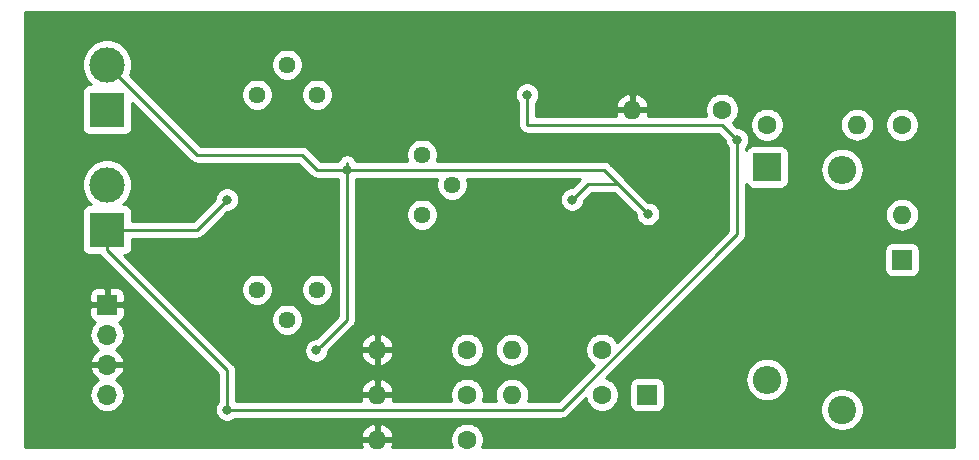
<source format=gbr>
G04 #@! TF.GenerationSoftware,KiCad,Pcbnew,(5.1.2)-2*
G04 #@! TF.CreationDate,2019-11-18T15:02:21-05:00*
G04 #@! TF.ProjectId,Lab_Sensing,4c61625f-5365-46e7-9369-6e672e6b6963,rev?*
G04 #@! TF.SameCoordinates,Original*
G04 #@! TF.FileFunction,Copper,L2,Bot*
G04 #@! TF.FilePolarity,Positive*
%FSLAX46Y46*%
G04 Gerber Fmt 4.6, Leading zero omitted, Abs format (unit mm)*
G04 Created by KiCad (PCBNEW (5.1.2)-2) date 2019-11-18 15:02:21*
%MOMM*%
%LPD*%
G04 APERTURE LIST*
%ADD10C,2.400000*%
%ADD11O,2.400000X2.400000*%
%ADD12C,1.600000*%
%ADD13O,1.600000X1.600000*%
%ADD14C,2.999740*%
%ADD15R,2.999740X2.999740*%
%ADD16C,1.440000*%
%ADD17R,2.400000X2.400000*%
%ADD18R,1.700000X1.700000*%
%ADD19O,1.700000X1.700000*%
%ADD20C,0.800000*%
%ADD21C,0.250000*%
%ADD22C,0.254000*%
G04 APERTURE END LIST*
D10*
X151130000Y-142240000D03*
D11*
X151130000Y-121920000D03*
D12*
X119380000Y-144780000D03*
D13*
X111760000Y-144780000D03*
D14*
X88900000Y-123190000D03*
D15*
X88900000Y-127000000D03*
D12*
X140970000Y-116840000D03*
D13*
X133350000Y-116840000D03*
X111760000Y-140970000D03*
D12*
X119380000Y-140970000D03*
X130810000Y-140970000D03*
D13*
X123190000Y-140970000D03*
D12*
X119380000Y-137160000D03*
D13*
X111760000Y-137160000D03*
D16*
X106680000Y-132080000D03*
X104140000Y-134620000D03*
X101600000Y-132080000D03*
X106680000Y-115570000D03*
X104140000Y-113030000D03*
X101600000Y-115570000D03*
D14*
X88900000Y-113030000D03*
D15*
X88900000Y-116840000D03*
D17*
X144780000Y-121700000D03*
D11*
X144780000Y-139700000D03*
D18*
X156210000Y-129540000D03*
X134620000Y-140970000D03*
X88900000Y-133350000D03*
D19*
X88900000Y-135890000D03*
X88900000Y-138430000D03*
X88900000Y-140970000D03*
D13*
X156210000Y-125730000D03*
D12*
X156210000Y-118110000D03*
D13*
X152400000Y-118110000D03*
D12*
X144780000Y-118110000D03*
D13*
X123190000Y-137160000D03*
D12*
X130810000Y-137160000D03*
D16*
X115570000Y-120650000D03*
X118110000Y-123190000D03*
X115570000Y-125730000D03*
D20*
X99060000Y-124460000D03*
X142240000Y-119380000D03*
X99060000Y-142240000D03*
X109220000Y-121920000D03*
X134685000Y-125665000D03*
X106615000Y-137225000D03*
X124460000Y-115570000D03*
X128270000Y-124460000D03*
D21*
X96520000Y-127000000D02*
X99060000Y-124460000D01*
X99060000Y-141674315D02*
X99060000Y-142240000D01*
X99060000Y-138909870D02*
X99060000Y-141674315D01*
X88900000Y-128749870D02*
X99060000Y-138909870D01*
X88900000Y-127000000D02*
X88900000Y-128749870D01*
X96520000Y-127000000D02*
X88900000Y-127000000D01*
X99625685Y-142240000D02*
X99060000Y-142240000D01*
X102673002Y-142240000D02*
X99625685Y-142240000D01*
X127395002Y-142240000D02*
X99060000Y-142240000D01*
X142240000Y-119380000D02*
X142240000Y-127395002D01*
X142240000Y-127395002D02*
X127395002Y-142240000D01*
X109220000Y-121920000D02*
X106680000Y-121920000D01*
X106680000Y-121920000D02*
X105410000Y-120650000D01*
X96520000Y-120650000D02*
X88900000Y-113030000D01*
X105410000Y-120650000D02*
X96520000Y-120650000D01*
X107014999Y-136825001D02*
X106615000Y-137225000D01*
X109220000Y-134620000D02*
X107014999Y-136825001D01*
X109220000Y-121920000D02*
X109220000Y-134620000D01*
X109220000Y-121354315D02*
X109220000Y-121920000D01*
X130940000Y-121920000D02*
X109220000Y-121920000D01*
X124460000Y-115570000D02*
X124460000Y-118110000D01*
X124460000Y-118110000D02*
X140970000Y-118110000D01*
X140970000Y-118110000D02*
X142240000Y-119380000D01*
X129605000Y-123125000D02*
X128270000Y-124460000D01*
X132145000Y-123125000D02*
X129605000Y-123125000D01*
X132145000Y-123125000D02*
X130940000Y-121920000D01*
X134685000Y-125665000D02*
X132145000Y-123125000D01*
D22*
G36*
X160630001Y-145390000D02*
G01*
X120680562Y-145390000D01*
X120759853Y-145198574D01*
X120815000Y-144921335D01*
X120815000Y-144638665D01*
X120759853Y-144361426D01*
X120651680Y-144100273D01*
X120494637Y-143865241D01*
X120294759Y-143665363D01*
X120059727Y-143508320D01*
X119798574Y-143400147D01*
X119521335Y-143345000D01*
X119238665Y-143345000D01*
X118961426Y-143400147D01*
X118700273Y-143508320D01*
X118465241Y-143665363D01*
X118265363Y-143865241D01*
X118108320Y-144100273D01*
X118000147Y-144361426D01*
X117945000Y-144638665D01*
X117945000Y-144921335D01*
X118000147Y-145198574D01*
X118079438Y-145390000D01*
X113051261Y-145390000D01*
X113111246Y-145263087D01*
X113151904Y-145129039D01*
X113029915Y-144907000D01*
X111887000Y-144907000D01*
X111887000Y-144927000D01*
X111633000Y-144927000D01*
X111633000Y-144907000D01*
X110490085Y-144907000D01*
X110368096Y-145129039D01*
X110408754Y-145263087D01*
X110468739Y-145390000D01*
X81940000Y-145390000D01*
X81940000Y-144430961D01*
X110368096Y-144430961D01*
X110490085Y-144653000D01*
X111633000Y-144653000D01*
X111633000Y-143509376D01*
X111887000Y-143509376D01*
X111887000Y-144653000D01*
X113029915Y-144653000D01*
X113151904Y-144430961D01*
X113111246Y-144296913D01*
X112991037Y-144042580D01*
X112823519Y-143816586D01*
X112615131Y-143627615D01*
X112373881Y-143482930D01*
X112109040Y-143388091D01*
X111887000Y-143509376D01*
X111633000Y-143509376D01*
X111410960Y-143388091D01*
X111146119Y-143482930D01*
X110904869Y-143627615D01*
X110696481Y-143816586D01*
X110528963Y-144042580D01*
X110408754Y-144296913D01*
X110368096Y-144430961D01*
X81940000Y-144430961D01*
X81940000Y-140970000D01*
X87407815Y-140970000D01*
X87436487Y-141261111D01*
X87521401Y-141541034D01*
X87659294Y-141799014D01*
X87844866Y-142025134D01*
X88070986Y-142210706D01*
X88328966Y-142348599D01*
X88608889Y-142433513D01*
X88827050Y-142455000D01*
X88972950Y-142455000D01*
X89191111Y-142433513D01*
X89471034Y-142348599D01*
X89729014Y-142210706D01*
X89955134Y-142025134D01*
X90140706Y-141799014D01*
X90278599Y-141541034D01*
X90363513Y-141261111D01*
X90392185Y-140970000D01*
X90363513Y-140678889D01*
X90278599Y-140398966D01*
X90140706Y-140140986D01*
X89955134Y-139914866D01*
X89729014Y-139729294D01*
X89664477Y-139694799D01*
X89781355Y-139625178D01*
X89997588Y-139430269D01*
X90171641Y-139196920D01*
X90296825Y-138934099D01*
X90341476Y-138786890D01*
X90220155Y-138557000D01*
X89027000Y-138557000D01*
X89027000Y-138577000D01*
X88773000Y-138577000D01*
X88773000Y-138557000D01*
X87579845Y-138557000D01*
X87458524Y-138786890D01*
X87503175Y-138934099D01*
X87628359Y-139196920D01*
X87802412Y-139430269D01*
X88018645Y-139625178D01*
X88135523Y-139694799D01*
X88070986Y-139729294D01*
X87844866Y-139914866D01*
X87659294Y-140140986D01*
X87521401Y-140398966D01*
X87436487Y-140678889D01*
X87407815Y-140970000D01*
X81940000Y-140970000D01*
X81940000Y-135890000D01*
X87407815Y-135890000D01*
X87436487Y-136181111D01*
X87521401Y-136461034D01*
X87659294Y-136719014D01*
X87844866Y-136945134D01*
X88070986Y-137130706D01*
X88135523Y-137165201D01*
X88018645Y-137234822D01*
X87802412Y-137429731D01*
X87628359Y-137663080D01*
X87503175Y-137925901D01*
X87458524Y-138073110D01*
X87579845Y-138303000D01*
X88773000Y-138303000D01*
X88773000Y-138283000D01*
X89027000Y-138283000D01*
X89027000Y-138303000D01*
X90220155Y-138303000D01*
X90341476Y-138073110D01*
X90296825Y-137925901D01*
X90171641Y-137663080D01*
X89997588Y-137429731D01*
X89781355Y-137234822D01*
X89664477Y-137165201D01*
X89729014Y-137130706D01*
X89955134Y-136945134D01*
X90140706Y-136719014D01*
X90278599Y-136461034D01*
X90363513Y-136181111D01*
X90392185Y-135890000D01*
X90363513Y-135598889D01*
X90278599Y-135318966D01*
X90140706Y-135060986D01*
X89955134Y-134834866D01*
X89925313Y-134810393D01*
X89994180Y-134789502D01*
X90104494Y-134730537D01*
X90201185Y-134651185D01*
X90280537Y-134554494D01*
X90339502Y-134444180D01*
X90375812Y-134324482D01*
X90388072Y-134200000D01*
X90385000Y-133635750D01*
X90226250Y-133477000D01*
X89027000Y-133477000D01*
X89027000Y-133497000D01*
X88773000Y-133497000D01*
X88773000Y-133477000D01*
X87573750Y-133477000D01*
X87415000Y-133635750D01*
X87411928Y-134200000D01*
X87424188Y-134324482D01*
X87460498Y-134444180D01*
X87519463Y-134554494D01*
X87598815Y-134651185D01*
X87695506Y-134730537D01*
X87805820Y-134789502D01*
X87874687Y-134810393D01*
X87844866Y-134834866D01*
X87659294Y-135060986D01*
X87521401Y-135318966D01*
X87436487Y-135598889D01*
X87407815Y-135890000D01*
X81940000Y-135890000D01*
X81940000Y-132500000D01*
X87411928Y-132500000D01*
X87415000Y-133064250D01*
X87573750Y-133223000D01*
X88773000Y-133223000D01*
X88773000Y-132023750D01*
X89027000Y-132023750D01*
X89027000Y-133223000D01*
X90226250Y-133223000D01*
X90385000Y-133064250D01*
X90388072Y-132500000D01*
X90375812Y-132375518D01*
X90339502Y-132255820D01*
X90280537Y-132145506D01*
X90201185Y-132048815D01*
X90104494Y-131969463D01*
X89994180Y-131910498D01*
X89874482Y-131874188D01*
X89750000Y-131861928D01*
X89185750Y-131865000D01*
X89027000Y-132023750D01*
X88773000Y-132023750D01*
X88614250Y-131865000D01*
X88050000Y-131861928D01*
X87925518Y-131874188D01*
X87805820Y-131910498D01*
X87695506Y-131969463D01*
X87598815Y-132048815D01*
X87519463Y-132145506D01*
X87460498Y-132255820D01*
X87424188Y-132375518D01*
X87411928Y-132500000D01*
X81940000Y-132500000D01*
X81940000Y-125500130D01*
X86762058Y-125500130D01*
X86762058Y-128499870D01*
X86774318Y-128624352D01*
X86810628Y-128744050D01*
X86869593Y-128854364D01*
X86948945Y-128951055D01*
X87045636Y-129030407D01*
X87155950Y-129089372D01*
X87275648Y-129125682D01*
X87400130Y-129137942D01*
X88245674Y-129137942D01*
X88265026Y-129174146D01*
X88336201Y-129260872D01*
X88360000Y-129289871D01*
X88388998Y-129313669D01*
X98300000Y-139224672D01*
X98300001Y-141536288D01*
X98256063Y-141580226D01*
X98142795Y-141749744D01*
X98064774Y-141938102D01*
X98025000Y-142138061D01*
X98025000Y-142341939D01*
X98064774Y-142541898D01*
X98142795Y-142730256D01*
X98256063Y-142899774D01*
X98400226Y-143043937D01*
X98569744Y-143157205D01*
X98758102Y-143235226D01*
X98958061Y-143275000D01*
X99161939Y-143275000D01*
X99361898Y-143235226D01*
X99550256Y-143157205D01*
X99719774Y-143043937D01*
X99763711Y-143000000D01*
X127357680Y-143000000D01*
X127395002Y-143003676D01*
X127432324Y-143000000D01*
X127432335Y-143000000D01*
X127543988Y-142989003D01*
X127687249Y-142945546D01*
X127819278Y-142874974D01*
X127935003Y-142780001D01*
X127958806Y-142750997D01*
X129412076Y-141297727D01*
X129430147Y-141388574D01*
X129538320Y-141649727D01*
X129695363Y-141884759D01*
X129895241Y-142084637D01*
X130130273Y-142241680D01*
X130391426Y-142349853D01*
X130668665Y-142405000D01*
X130951335Y-142405000D01*
X131228574Y-142349853D01*
X131489727Y-142241680D01*
X131724759Y-142084637D01*
X131924637Y-141884759D01*
X132081680Y-141649727D01*
X132189853Y-141388574D01*
X132245000Y-141111335D01*
X132245000Y-140828665D01*
X132189853Y-140551426D01*
X132081680Y-140290273D01*
X131967908Y-140120000D01*
X133131928Y-140120000D01*
X133131928Y-141820000D01*
X133144188Y-141944482D01*
X133180498Y-142064180D01*
X133239463Y-142174494D01*
X133318815Y-142271185D01*
X133415506Y-142350537D01*
X133525820Y-142409502D01*
X133645518Y-142445812D01*
X133770000Y-142458072D01*
X135470000Y-142458072D01*
X135594482Y-142445812D01*
X135714180Y-142409502D01*
X135824494Y-142350537D01*
X135921185Y-142271185D01*
X136000537Y-142174494D01*
X136059502Y-142064180D01*
X136060992Y-142059268D01*
X149295000Y-142059268D01*
X149295000Y-142420732D01*
X149365518Y-142775250D01*
X149503844Y-143109199D01*
X149704662Y-143409744D01*
X149960256Y-143665338D01*
X150260801Y-143866156D01*
X150594750Y-144004482D01*
X150949268Y-144075000D01*
X151310732Y-144075000D01*
X151665250Y-144004482D01*
X151999199Y-143866156D01*
X152299744Y-143665338D01*
X152555338Y-143409744D01*
X152756156Y-143109199D01*
X152894482Y-142775250D01*
X152965000Y-142420732D01*
X152965000Y-142059268D01*
X152894482Y-141704750D01*
X152756156Y-141370801D01*
X152555338Y-141070256D01*
X152299744Y-140814662D01*
X151999199Y-140613844D01*
X151665250Y-140475518D01*
X151310732Y-140405000D01*
X150949268Y-140405000D01*
X150594750Y-140475518D01*
X150260801Y-140613844D01*
X149960256Y-140814662D01*
X149704662Y-141070256D01*
X149503844Y-141370801D01*
X149365518Y-141704750D01*
X149295000Y-142059268D01*
X136060992Y-142059268D01*
X136095812Y-141944482D01*
X136108072Y-141820000D01*
X136108072Y-140120000D01*
X136095812Y-139995518D01*
X136059502Y-139875820D01*
X136000537Y-139765506D01*
X135946778Y-139700000D01*
X142936122Y-139700000D01*
X142971552Y-140059723D01*
X143076479Y-140405622D01*
X143246871Y-140724404D01*
X143476181Y-141003819D01*
X143755596Y-141233129D01*
X144074378Y-141403521D01*
X144420277Y-141508448D01*
X144689861Y-141535000D01*
X144870139Y-141535000D01*
X145139723Y-141508448D01*
X145485622Y-141403521D01*
X145804404Y-141233129D01*
X146083819Y-141003819D01*
X146313129Y-140724404D01*
X146483521Y-140405622D01*
X146588448Y-140059723D01*
X146623878Y-139700000D01*
X146588448Y-139340277D01*
X146483521Y-138994378D01*
X146313129Y-138675596D01*
X146083819Y-138396181D01*
X145804404Y-138166871D01*
X145485622Y-137996479D01*
X145139723Y-137891552D01*
X144870139Y-137865000D01*
X144689861Y-137865000D01*
X144420277Y-137891552D01*
X144074378Y-137996479D01*
X143755596Y-138166871D01*
X143476181Y-138396181D01*
X143246871Y-138675596D01*
X143076479Y-138994378D01*
X142971552Y-139340277D01*
X142936122Y-139700000D01*
X135946778Y-139700000D01*
X135921185Y-139668815D01*
X135824494Y-139589463D01*
X135714180Y-139530498D01*
X135594482Y-139494188D01*
X135470000Y-139481928D01*
X133770000Y-139481928D01*
X133645518Y-139494188D01*
X133525820Y-139530498D01*
X133415506Y-139589463D01*
X133318815Y-139668815D01*
X133239463Y-139765506D01*
X133180498Y-139875820D01*
X133144188Y-139995518D01*
X133131928Y-140120000D01*
X131967908Y-140120000D01*
X131924637Y-140055241D01*
X131724759Y-139855363D01*
X131489727Y-139698320D01*
X131228574Y-139590147D01*
X131137727Y-139572076D01*
X142019803Y-128690000D01*
X154721928Y-128690000D01*
X154721928Y-130390000D01*
X154734188Y-130514482D01*
X154770498Y-130634180D01*
X154829463Y-130744494D01*
X154908815Y-130841185D01*
X155005506Y-130920537D01*
X155115820Y-130979502D01*
X155235518Y-131015812D01*
X155360000Y-131028072D01*
X157060000Y-131028072D01*
X157184482Y-131015812D01*
X157304180Y-130979502D01*
X157414494Y-130920537D01*
X157511185Y-130841185D01*
X157590537Y-130744494D01*
X157649502Y-130634180D01*
X157685812Y-130514482D01*
X157698072Y-130390000D01*
X157698072Y-128690000D01*
X157685812Y-128565518D01*
X157649502Y-128445820D01*
X157590537Y-128335506D01*
X157511185Y-128238815D01*
X157414494Y-128159463D01*
X157304180Y-128100498D01*
X157184482Y-128064188D01*
X157060000Y-128051928D01*
X155360000Y-128051928D01*
X155235518Y-128064188D01*
X155115820Y-128100498D01*
X155005506Y-128159463D01*
X154908815Y-128238815D01*
X154829463Y-128335506D01*
X154770498Y-128445820D01*
X154734188Y-128565518D01*
X154721928Y-128690000D01*
X142019803Y-128690000D01*
X142751003Y-127958801D01*
X142780001Y-127935003D01*
X142874974Y-127819278D01*
X142945546Y-127687249D01*
X142989003Y-127543988D01*
X143000000Y-127432335D01*
X143003677Y-127395002D01*
X143000000Y-127357669D01*
X143000000Y-125730000D01*
X154768057Y-125730000D01*
X154795764Y-126011309D01*
X154877818Y-126281808D01*
X155011068Y-126531101D01*
X155190392Y-126749608D01*
X155408899Y-126928932D01*
X155658192Y-127062182D01*
X155928691Y-127144236D01*
X156139508Y-127165000D01*
X156280492Y-127165000D01*
X156491309Y-127144236D01*
X156761808Y-127062182D01*
X157011101Y-126928932D01*
X157229608Y-126749608D01*
X157408932Y-126531101D01*
X157542182Y-126281808D01*
X157624236Y-126011309D01*
X157651943Y-125730000D01*
X157624236Y-125448691D01*
X157542182Y-125178192D01*
X157408932Y-124928899D01*
X157229608Y-124710392D01*
X157011101Y-124531068D01*
X156761808Y-124397818D01*
X156491309Y-124315764D01*
X156280492Y-124295000D01*
X156139508Y-124295000D01*
X155928691Y-124315764D01*
X155658192Y-124397818D01*
X155408899Y-124531068D01*
X155190392Y-124710392D01*
X155011068Y-124928899D01*
X154877818Y-125178192D01*
X154795764Y-125448691D01*
X154768057Y-125730000D01*
X143000000Y-125730000D01*
X143000000Y-123161957D01*
X143049463Y-123254494D01*
X143128815Y-123351185D01*
X143225506Y-123430537D01*
X143335820Y-123489502D01*
X143455518Y-123525812D01*
X143580000Y-123538072D01*
X145980000Y-123538072D01*
X146104482Y-123525812D01*
X146224180Y-123489502D01*
X146334494Y-123430537D01*
X146431185Y-123351185D01*
X146510537Y-123254494D01*
X146569502Y-123144180D01*
X146605812Y-123024482D01*
X146618072Y-122900000D01*
X146618072Y-121920000D01*
X149286122Y-121920000D01*
X149321552Y-122279723D01*
X149426479Y-122625622D01*
X149596871Y-122944404D01*
X149826181Y-123223819D01*
X150105596Y-123453129D01*
X150424378Y-123623521D01*
X150770277Y-123728448D01*
X151039861Y-123755000D01*
X151220139Y-123755000D01*
X151489723Y-123728448D01*
X151835622Y-123623521D01*
X152154404Y-123453129D01*
X152433819Y-123223819D01*
X152663129Y-122944404D01*
X152833521Y-122625622D01*
X152938448Y-122279723D01*
X152973878Y-121920000D01*
X152938448Y-121560277D01*
X152833521Y-121214378D01*
X152663129Y-120895596D01*
X152433819Y-120616181D01*
X152154404Y-120386871D01*
X151835622Y-120216479D01*
X151489723Y-120111552D01*
X151220139Y-120085000D01*
X151039861Y-120085000D01*
X150770277Y-120111552D01*
X150424378Y-120216479D01*
X150105596Y-120386871D01*
X149826181Y-120616181D01*
X149596871Y-120895596D01*
X149426479Y-121214378D01*
X149321552Y-121560277D01*
X149286122Y-121920000D01*
X146618072Y-121920000D01*
X146618072Y-120500000D01*
X146605812Y-120375518D01*
X146569502Y-120255820D01*
X146510537Y-120145506D01*
X146431185Y-120048815D01*
X146334494Y-119969463D01*
X146224180Y-119910498D01*
X146104482Y-119874188D01*
X145980000Y-119861928D01*
X143580000Y-119861928D01*
X143455518Y-119874188D01*
X143335820Y-119910498D01*
X143225506Y-119969463D01*
X143128815Y-120048815D01*
X143049463Y-120145506D01*
X143000000Y-120238043D01*
X143000000Y-120083711D01*
X143043937Y-120039774D01*
X143157205Y-119870256D01*
X143235226Y-119681898D01*
X143275000Y-119481939D01*
X143275000Y-119278061D01*
X143235226Y-119078102D01*
X143157205Y-118889744D01*
X143043937Y-118720226D01*
X142899774Y-118576063D01*
X142730256Y-118462795D01*
X142541898Y-118384774D01*
X142341939Y-118345000D01*
X142279802Y-118345000D01*
X141903467Y-117968665D01*
X143345000Y-117968665D01*
X143345000Y-118251335D01*
X143400147Y-118528574D01*
X143508320Y-118789727D01*
X143665363Y-119024759D01*
X143865241Y-119224637D01*
X144100273Y-119381680D01*
X144361426Y-119489853D01*
X144638665Y-119545000D01*
X144921335Y-119545000D01*
X145198574Y-119489853D01*
X145459727Y-119381680D01*
X145694759Y-119224637D01*
X145894637Y-119024759D01*
X146051680Y-118789727D01*
X146159853Y-118528574D01*
X146215000Y-118251335D01*
X146215000Y-118110000D01*
X150958057Y-118110000D01*
X150985764Y-118391309D01*
X151067818Y-118661808D01*
X151201068Y-118911101D01*
X151380392Y-119129608D01*
X151598899Y-119308932D01*
X151848192Y-119442182D01*
X152118691Y-119524236D01*
X152329508Y-119545000D01*
X152470492Y-119545000D01*
X152681309Y-119524236D01*
X152951808Y-119442182D01*
X153201101Y-119308932D01*
X153419608Y-119129608D01*
X153598932Y-118911101D01*
X153732182Y-118661808D01*
X153814236Y-118391309D01*
X153841943Y-118110000D01*
X153828023Y-117968665D01*
X154775000Y-117968665D01*
X154775000Y-118251335D01*
X154830147Y-118528574D01*
X154938320Y-118789727D01*
X155095363Y-119024759D01*
X155295241Y-119224637D01*
X155530273Y-119381680D01*
X155791426Y-119489853D01*
X156068665Y-119545000D01*
X156351335Y-119545000D01*
X156628574Y-119489853D01*
X156889727Y-119381680D01*
X157124759Y-119224637D01*
X157324637Y-119024759D01*
X157481680Y-118789727D01*
X157589853Y-118528574D01*
X157645000Y-118251335D01*
X157645000Y-117968665D01*
X157589853Y-117691426D01*
X157481680Y-117430273D01*
X157324637Y-117195241D01*
X157124759Y-116995363D01*
X156889727Y-116838320D01*
X156628574Y-116730147D01*
X156351335Y-116675000D01*
X156068665Y-116675000D01*
X155791426Y-116730147D01*
X155530273Y-116838320D01*
X155295241Y-116995363D01*
X155095363Y-117195241D01*
X154938320Y-117430273D01*
X154830147Y-117691426D01*
X154775000Y-117968665D01*
X153828023Y-117968665D01*
X153814236Y-117828691D01*
X153732182Y-117558192D01*
X153598932Y-117308899D01*
X153419608Y-117090392D01*
X153201101Y-116911068D01*
X152951808Y-116777818D01*
X152681309Y-116695764D01*
X152470492Y-116675000D01*
X152329508Y-116675000D01*
X152118691Y-116695764D01*
X151848192Y-116777818D01*
X151598899Y-116911068D01*
X151380392Y-117090392D01*
X151201068Y-117308899D01*
X151067818Y-117558192D01*
X150985764Y-117828691D01*
X150958057Y-118110000D01*
X146215000Y-118110000D01*
X146215000Y-117968665D01*
X146159853Y-117691426D01*
X146051680Y-117430273D01*
X145894637Y-117195241D01*
X145694759Y-116995363D01*
X145459727Y-116838320D01*
X145198574Y-116730147D01*
X144921335Y-116675000D01*
X144638665Y-116675000D01*
X144361426Y-116730147D01*
X144100273Y-116838320D01*
X143865241Y-116995363D01*
X143665363Y-117195241D01*
X143508320Y-117430273D01*
X143400147Y-117691426D01*
X143345000Y-117968665D01*
X141903467Y-117968665D01*
X141887099Y-117952297D01*
X142084637Y-117754759D01*
X142241680Y-117519727D01*
X142349853Y-117258574D01*
X142405000Y-116981335D01*
X142405000Y-116698665D01*
X142349853Y-116421426D01*
X142241680Y-116160273D01*
X142084637Y-115925241D01*
X141884759Y-115725363D01*
X141649727Y-115568320D01*
X141388574Y-115460147D01*
X141111335Y-115405000D01*
X140828665Y-115405000D01*
X140551426Y-115460147D01*
X140290273Y-115568320D01*
X140055241Y-115725363D01*
X139855363Y-115925241D01*
X139698320Y-116160273D01*
X139590147Y-116421426D01*
X139535000Y-116698665D01*
X139535000Y-116981335D01*
X139590147Y-117258574D01*
X139628017Y-117350000D01*
X134688526Y-117350000D01*
X134701246Y-117323087D01*
X134741904Y-117189039D01*
X134619915Y-116967000D01*
X133477000Y-116967000D01*
X133477000Y-116987000D01*
X133223000Y-116987000D01*
X133223000Y-116967000D01*
X132080085Y-116967000D01*
X131958096Y-117189039D01*
X131998754Y-117323087D01*
X132011474Y-117350000D01*
X125220000Y-117350000D01*
X125220000Y-116490961D01*
X131958096Y-116490961D01*
X132080085Y-116713000D01*
X133223000Y-116713000D01*
X133223000Y-115569376D01*
X133477000Y-115569376D01*
X133477000Y-116713000D01*
X134619915Y-116713000D01*
X134741904Y-116490961D01*
X134701246Y-116356913D01*
X134581037Y-116102580D01*
X134413519Y-115876586D01*
X134205131Y-115687615D01*
X133963881Y-115542930D01*
X133699040Y-115448091D01*
X133477000Y-115569376D01*
X133223000Y-115569376D01*
X133000960Y-115448091D01*
X132736119Y-115542930D01*
X132494869Y-115687615D01*
X132286481Y-115876586D01*
X132118963Y-116102580D01*
X131998754Y-116356913D01*
X131958096Y-116490961D01*
X125220000Y-116490961D01*
X125220000Y-116273711D01*
X125263937Y-116229774D01*
X125377205Y-116060256D01*
X125455226Y-115871898D01*
X125495000Y-115671939D01*
X125495000Y-115468061D01*
X125455226Y-115268102D01*
X125377205Y-115079744D01*
X125263937Y-114910226D01*
X125119774Y-114766063D01*
X124950256Y-114652795D01*
X124761898Y-114574774D01*
X124561939Y-114535000D01*
X124358061Y-114535000D01*
X124158102Y-114574774D01*
X123969744Y-114652795D01*
X123800226Y-114766063D01*
X123656063Y-114910226D01*
X123542795Y-115079744D01*
X123464774Y-115268102D01*
X123425000Y-115468061D01*
X123425000Y-115671939D01*
X123464774Y-115871898D01*
X123542795Y-116060256D01*
X123656063Y-116229774D01*
X123700000Y-116273711D01*
X123700001Y-118072657D01*
X123696323Y-118110000D01*
X123710997Y-118258986D01*
X123754454Y-118402247D01*
X123825026Y-118534276D01*
X123919999Y-118650001D01*
X124035724Y-118744974D01*
X124167753Y-118815546D01*
X124311014Y-118859003D01*
X124422667Y-118870000D01*
X124460000Y-118873677D01*
X124497333Y-118870000D01*
X140655199Y-118870000D01*
X141205000Y-119419802D01*
X141205000Y-119481939D01*
X141244774Y-119681898D01*
X141322795Y-119870256D01*
X141436063Y-120039774D01*
X141480000Y-120083711D01*
X141480001Y-127080199D01*
X132080978Y-136479223D01*
X131924637Y-136245241D01*
X131724759Y-136045363D01*
X131489727Y-135888320D01*
X131228574Y-135780147D01*
X130951335Y-135725000D01*
X130668665Y-135725000D01*
X130391426Y-135780147D01*
X130130273Y-135888320D01*
X129895241Y-136045363D01*
X129695363Y-136245241D01*
X129538320Y-136480273D01*
X129430147Y-136741426D01*
X129375000Y-137018665D01*
X129375000Y-137301335D01*
X129430147Y-137578574D01*
X129538320Y-137839727D01*
X129695363Y-138074759D01*
X129895241Y-138274637D01*
X130129223Y-138430978D01*
X127080201Y-141480000D01*
X124534864Y-141480000D01*
X124604236Y-141251309D01*
X124631943Y-140970000D01*
X124604236Y-140688691D01*
X124522182Y-140418192D01*
X124388932Y-140168899D01*
X124209608Y-139950392D01*
X123991101Y-139771068D01*
X123741808Y-139637818D01*
X123471309Y-139555764D01*
X123260492Y-139535000D01*
X123119508Y-139535000D01*
X122908691Y-139555764D01*
X122638192Y-139637818D01*
X122388899Y-139771068D01*
X122170392Y-139950392D01*
X121991068Y-140168899D01*
X121857818Y-140418192D01*
X121775764Y-140688691D01*
X121748057Y-140970000D01*
X121775764Y-141251309D01*
X121845136Y-141480000D01*
X120721983Y-141480000D01*
X120759853Y-141388574D01*
X120815000Y-141111335D01*
X120815000Y-140828665D01*
X120759853Y-140551426D01*
X120651680Y-140290273D01*
X120494637Y-140055241D01*
X120294759Y-139855363D01*
X120059727Y-139698320D01*
X119798574Y-139590147D01*
X119521335Y-139535000D01*
X119238665Y-139535000D01*
X118961426Y-139590147D01*
X118700273Y-139698320D01*
X118465241Y-139855363D01*
X118265363Y-140055241D01*
X118108320Y-140290273D01*
X118000147Y-140551426D01*
X117945000Y-140828665D01*
X117945000Y-141111335D01*
X118000147Y-141388574D01*
X118038017Y-141480000D01*
X113098526Y-141480000D01*
X113111246Y-141453087D01*
X113151904Y-141319039D01*
X113029915Y-141097000D01*
X111887000Y-141097000D01*
X111887000Y-141117000D01*
X111633000Y-141117000D01*
X111633000Y-141097000D01*
X110490085Y-141097000D01*
X110368096Y-141319039D01*
X110408754Y-141453087D01*
X110421474Y-141480000D01*
X99820000Y-141480000D01*
X99820000Y-140620961D01*
X110368096Y-140620961D01*
X110490085Y-140843000D01*
X111633000Y-140843000D01*
X111633000Y-139699376D01*
X111887000Y-139699376D01*
X111887000Y-140843000D01*
X113029915Y-140843000D01*
X113151904Y-140620961D01*
X113111246Y-140486913D01*
X112991037Y-140232580D01*
X112823519Y-140006586D01*
X112615131Y-139817615D01*
X112373881Y-139672930D01*
X112109040Y-139578091D01*
X111887000Y-139699376D01*
X111633000Y-139699376D01*
X111410960Y-139578091D01*
X111146119Y-139672930D01*
X110904869Y-139817615D01*
X110696481Y-140006586D01*
X110528963Y-140232580D01*
X110408754Y-140486913D01*
X110368096Y-140620961D01*
X99820000Y-140620961D01*
X99820000Y-138947195D01*
X99823676Y-138909870D01*
X99820000Y-138872545D01*
X99820000Y-138872537D01*
X99809003Y-138760884D01*
X99765546Y-138617623D01*
X99694974Y-138485594D01*
X99600001Y-138369869D01*
X99571004Y-138346072D01*
X95711476Y-134486544D01*
X102785000Y-134486544D01*
X102785000Y-134753456D01*
X102837072Y-135015239D01*
X102939215Y-135261833D01*
X103087503Y-135483762D01*
X103276238Y-135672497D01*
X103498167Y-135820785D01*
X103744761Y-135922928D01*
X104006544Y-135975000D01*
X104273456Y-135975000D01*
X104535239Y-135922928D01*
X104781833Y-135820785D01*
X105003762Y-135672497D01*
X105192497Y-135483762D01*
X105340785Y-135261833D01*
X105442928Y-135015239D01*
X105495000Y-134753456D01*
X105495000Y-134486544D01*
X105442928Y-134224761D01*
X105340785Y-133978167D01*
X105192497Y-133756238D01*
X105003762Y-133567503D01*
X104781833Y-133419215D01*
X104535239Y-133317072D01*
X104273456Y-133265000D01*
X104006544Y-133265000D01*
X103744761Y-133317072D01*
X103498167Y-133419215D01*
X103276238Y-133567503D01*
X103087503Y-133756238D01*
X102939215Y-133978167D01*
X102837072Y-134224761D01*
X102785000Y-134486544D01*
X95711476Y-134486544D01*
X93171476Y-131946544D01*
X100245000Y-131946544D01*
X100245000Y-132213456D01*
X100297072Y-132475239D01*
X100399215Y-132721833D01*
X100547503Y-132943762D01*
X100736238Y-133132497D01*
X100958167Y-133280785D01*
X101204761Y-133382928D01*
X101466544Y-133435000D01*
X101733456Y-133435000D01*
X101995239Y-133382928D01*
X102241833Y-133280785D01*
X102463762Y-133132497D01*
X102652497Y-132943762D01*
X102800785Y-132721833D01*
X102902928Y-132475239D01*
X102955000Y-132213456D01*
X102955000Y-131946544D01*
X105325000Y-131946544D01*
X105325000Y-132213456D01*
X105377072Y-132475239D01*
X105479215Y-132721833D01*
X105627503Y-132943762D01*
X105816238Y-133132497D01*
X106038167Y-133280785D01*
X106284761Y-133382928D01*
X106546544Y-133435000D01*
X106813456Y-133435000D01*
X107075239Y-133382928D01*
X107321833Y-133280785D01*
X107543762Y-133132497D01*
X107732497Y-132943762D01*
X107880785Y-132721833D01*
X107982928Y-132475239D01*
X108035000Y-132213456D01*
X108035000Y-131946544D01*
X107982928Y-131684761D01*
X107880785Y-131438167D01*
X107732497Y-131216238D01*
X107543762Y-131027503D01*
X107321833Y-130879215D01*
X107075239Y-130777072D01*
X106813456Y-130725000D01*
X106546544Y-130725000D01*
X106284761Y-130777072D01*
X106038167Y-130879215D01*
X105816238Y-131027503D01*
X105627503Y-131216238D01*
X105479215Y-131438167D01*
X105377072Y-131684761D01*
X105325000Y-131946544D01*
X102955000Y-131946544D01*
X102902928Y-131684761D01*
X102800785Y-131438167D01*
X102652497Y-131216238D01*
X102463762Y-131027503D01*
X102241833Y-130879215D01*
X101995239Y-130777072D01*
X101733456Y-130725000D01*
X101466544Y-130725000D01*
X101204761Y-130777072D01*
X100958167Y-130879215D01*
X100736238Y-131027503D01*
X100547503Y-131216238D01*
X100399215Y-131438167D01*
X100297072Y-131684761D01*
X100245000Y-131946544D01*
X93171476Y-131946544D01*
X90362873Y-129137942D01*
X90399870Y-129137942D01*
X90524352Y-129125682D01*
X90644050Y-129089372D01*
X90754364Y-129030407D01*
X90851055Y-128951055D01*
X90930407Y-128854364D01*
X90989372Y-128744050D01*
X91025682Y-128624352D01*
X91037942Y-128499870D01*
X91037942Y-127760000D01*
X96482678Y-127760000D01*
X96520000Y-127763676D01*
X96557322Y-127760000D01*
X96557333Y-127760000D01*
X96668986Y-127749003D01*
X96812247Y-127705546D01*
X96944276Y-127634974D01*
X97060001Y-127540001D01*
X97083804Y-127510997D01*
X99099803Y-125495000D01*
X99161939Y-125495000D01*
X99361898Y-125455226D01*
X99550256Y-125377205D01*
X99719774Y-125263937D01*
X99863937Y-125119774D01*
X99977205Y-124950256D01*
X100055226Y-124761898D01*
X100095000Y-124561939D01*
X100095000Y-124358061D01*
X100055226Y-124158102D01*
X99977205Y-123969744D01*
X99863937Y-123800226D01*
X99719774Y-123656063D01*
X99550256Y-123542795D01*
X99361898Y-123464774D01*
X99161939Y-123425000D01*
X98958061Y-123425000D01*
X98758102Y-123464774D01*
X98569744Y-123542795D01*
X98400226Y-123656063D01*
X98256063Y-123800226D01*
X98142795Y-123969744D01*
X98064774Y-124158102D01*
X98025000Y-124358061D01*
X98025000Y-124420197D01*
X96205199Y-126240000D01*
X91037942Y-126240000D01*
X91037942Y-125500130D01*
X91025682Y-125375648D01*
X90989372Y-125255950D01*
X90930407Y-125145636D01*
X90851055Y-125048945D01*
X90754364Y-124969593D01*
X90644050Y-124910628D01*
X90524352Y-124874318D01*
X90399870Y-124862058D01*
X90240253Y-124862058D01*
X90260900Y-124848262D01*
X90558262Y-124550900D01*
X90791897Y-124201240D01*
X90952828Y-123812719D01*
X91034870Y-123400266D01*
X91034870Y-122979734D01*
X90952828Y-122567281D01*
X90791897Y-122178760D01*
X90558262Y-121829100D01*
X90260900Y-121531738D01*
X89911240Y-121298103D01*
X89522719Y-121137172D01*
X89110266Y-121055130D01*
X88689734Y-121055130D01*
X88277281Y-121137172D01*
X87888760Y-121298103D01*
X87539100Y-121531738D01*
X87241738Y-121829100D01*
X87008103Y-122178760D01*
X86847172Y-122567281D01*
X86765130Y-122979734D01*
X86765130Y-123400266D01*
X86847172Y-123812719D01*
X87008103Y-124201240D01*
X87241738Y-124550900D01*
X87539100Y-124848262D01*
X87559747Y-124862058D01*
X87400130Y-124862058D01*
X87275648Y-124874318D01*
X87155950Y-124910628D01*
X87045636Y-124969593D01*
X86948945Y-125048945D01*
X86869593Y-125145636D01*
X86810628Y-125255950D01*
X86774318Y-125375648D01*
X86762058Y-125500130D01*
X81940000Y-125500130D01*
X81940000Y-115340130D01*
X86762058Y-115340130D01*
X86762058Y-118339870D01*
X86774318Y-118464352D01*
X86810628Y-118584050D01*
X86869593Y-118694364D01*
X86948945Y-118791055D01*
X87045636Y-118870407D01*
X87155950Y-118929372D01*
X87275648Y-118965682D01*
X87400130Y-118977942D01*
X90399870Y-118977942D01*
X90524352Y-118965682D01*
X90644050Y-118929372D01*
X90754364Y-118870407D01*
X90851055Y-118791055D01*
X90930407Y-118694364D01*
X90989372Y-118584050D01*
X91025682Y-118464352D01*
X91037942Y-118339870D01*
X91037942Y-116242743D01*
X95956200Y-121161002D01*
X95979999Y-121190001D01*
X96095724Y-121284974D01*
X96227753Y-121355546D01*
X96371014Y-121399003D01*
X96482667Y-121410000D01*
X96482676Y-121410000D01*
X96519999Y-121413676D01*
X96557322Y-121410000D01*
X105095199Y-121410000D01*
X106116200Y-122431002D01*
X106139999Y-122460001D01*
X106255724Y-122554974D01*
X106387753Y-122625546D01*
X106531014Y-122669003D01*
X106642667Y-122680000D01*
X106642676Y-122680000D01*
X106679999Y-122683676D01*
X106717322Y-122680000D01*
X108460000Y-122680000D01*
X108460001Y-134305197D01*
X106575199Y-136190000D01*
X106513061Y-136190000D01*
X106313102Y-136229774D01*
X106124744Y-136307795D01*
X105955226Y-136421063D01*
X105811063Y-136565226D01*
X105697795Y-136734744D01*
X105619774Y-136923102D01*
X105580000Y-137123061D01*
X105580000Y-137326939D01*
X105619774Y-137526898D01*
X105697795Y-137715256D01*
X105811063Y-137884774D01*
X105955226Y-138028937D01*
X106124744Y-138142205D01*
X106313102Y-138220226D01*
X106513061Y-138260000D01*
X106716939Y-138260000D01*
X106916898Y-138220226D01*
X107105256Y-138142205D01*
X107274774Y-138028937D01*
X107418937Y-137884774D01*
X107532205Y-137715256D01*
X107610226Y-137526898D01*
X107613778Y-137509039D01*
X110368096Y-137509039D01*
X110408754Y-137643087D01*
X110528963Y-137897420D01*
X110696481Y-138123414D01*
X110904869Y-138312385D01*
X111146119Y-138457070D01*
X111410960Y-138551909D01*
X111633000Y-138430624D01*
X111633000Y-137287000D01*
X111887000Y-137287000D01*
X111887000Y-138430624D01*
X112109040Y-138551909D01*
X112373881Y-138457070D01*
X112615131Y-138312385D01*
X112823519Y-138123414D01*
X112991037Y-137897420D01*
X113111246Y-137643087D01*
X113151904Y-137509039D01*
X113029915Y-137287000D01*
X111887000Y-137287000D01*
X111633000Y-137287000D01*
X110490085Y-137287000D01*
X110368096Y-137509039D01*
X107613778Y-137509039D01*
X107650000Y-137326939D01*
X107650000Y-137264801D01*
X108103840Y-136810961D01*
X110368096Y-136810961D01*
X110490085Y-137033000D01*
X111633000Y-137033000D01*
X111633000Y-135889376D01*
X111887000Y-135889376D01*
X111887000Y-137033000D01*
X113029915Y-137033000D01*
X113037790Y-137018665D01*
X117945000Y-137018665D01*
X117945000Y-137301335D01*
X118000147Y-137578574D01*
X118108320Y-137839727D01*
X118265363Y-138074759D01*
X118465241Y-138274637D01*
X118700273Y-138431680D01*
X118961426Y-138539853D01*
X119238665Y-138595000D01*
X119521335Y-138595000D01*
X119798574Y-138539853D01*
X120059727Y-138431680D01*
X120294759Y-138274637D01*
X120494637Y-138074759D01*
X120651680Y-137839727D01*
X120759853Y-137578574D01*
X120815000Y-137301335D01*
X120815000Y-137160000D01*
X121748057Y-137160000D01*
X121775764Y-137441309D01*
X121857818Y-137711808D01*
X121991068Y-137961101D01*
X122170392Y-138179608D01*
X122388899Y-138358932D01*
X122638192Y-138492182D01*
X122908691Y-138574236D01*
X123119508Y-138595000D01*
X123260492Y-138595000D01*
X123471309Y-138574236D01*
X123741808Y-138492182D01*
X123991101Y-138358932D01*
X124209608Y-138179608D01*
X124388932Y-137961101D01*
X124522182Y-137711808D01*
X124604236Y-137441309D01*
X124631943Y-137160000D01*
X124604236Y-136878691D01*
X124522182Y-136608192D01*
X124388932Y-136358899D01*
X124209608Y-136140392D01*
X123991101Y-135961068D01*
X123741808Y-135827818D01*
X123471309Y-135745764D01*
X123260492Y-135725000D01*
X123119508Y-135725000D01*
X122908691Y-135745764D01*
X122638192Y-135827818D01*
X122388899Y-135961068D01*
X122170392Y-136140392D01*
X121991068Y-136358899D01*
X121857818Y-136608192D01*
X121775764Y-136878691D01*
X121748057Y-137160000D01*
X120815000Y-137160000D01*
X120815000Y-137018665D01*
X120759853Y-136741426D01*
X120651680Y-136480273D01*
X120494637Y-136245241D01*
X120294759Y-136045363D01*
X120059727Y-135888320D01*
X119798574Y-135780147D01*
X119521335Y-135725000D01*
X119238665Y-135725000D01*
X118961426Y-135780147D01*
X118700273Y-135888320D01*
X118465241Y-136045363D01*
X118265363Y-136245241D01*
X118108320Y-136480273D01*
X118000147Y-136741426D01*
X117945000Y-137018665D01*
X113037790Y-137018665D01*
X113151904Y-136810961D01*
X113111246Y-136676913D01*
X112991037Y-136422580D01*
X112823519Y-136196586D01*
X112615131Y-136007615D01*
X112373881Y-135862930D01*
X112109040Y-135768091D01*
X111887000Y-135889376D01*
X111633000Y-135889376D01*
X111410960Y-135768091D01*
X111146119Y-135862930D01*
X110904869Y-136007615D01*
X110696481Y-136196586D01*
X110528963Y-136422580D01*
X110408754Y-136676913D01*
X110368096Y-136810961D01*
X108103840Y-136810961D01*
X109731003Y-135183799D01*
X109760001Y-135160001D01*
X109854974Y-135044276D01*
X109925546Y-134912247D01*
X109969003Y-134768986D01*
X109980000Y-134657333D01*
X109980000Y-134657324D01*
X109983676Y-134620001D01*
X109980000Y-134582678D01*
X109980000Y-125596544D01*
X114215000Y-125596544D01*
X114215000Y-125863456D01*
X114267072Y-126125239D01*
X114369215Y-126371833D01*
X114517503Y-126593762D01*
X114706238Y-126782497D01*
X114928167Y-126930785D01*
X115174761Y-127032928D01*
X115436544Y-127085000D01*
X115703456Y-127085000D01*
X115965239Y-127032928D01*
X116211833Y-126930785D01*
X116433762Y-126782497D01*
X116622497Y-126593762D01*
X116770785Y-126371833D01*
X116872928Y-126125239D01*
X116925000Y-125863456D01*
X116925000Y-125596544D01*
X116872928Y-125334761D01*
X116770785Y-125088167D01*
X116622497Y-124866238D01*
X116433762Y-124677503D01*
X116211833Y-124529215D01*
X115965239Y-124427072D01*
X115703456Y-124375000D01*
X115436544Y-124375000D01*
X115174761Y-124427072D01*
X114928167Y-124529215D01*
X114706238Y-124677503D01*
X114517503Y-124866238D01*
X114369215Y-125088167D01*
X114267072Y-125334761D01*
X114215000Y-125596544D01*
X109980000Y-125596544D01*
X109980000Y-122680000D01*
X116854608Y-122680000D01*
X116807072Y-122794761D01*
X116755000Y-123056544D01*
X116755000Y-123323456D01*
X116807072Y-123585239D01*
X116909215Y-123831833D01*
X117057503Y-124053762D01*
X117246238Y-124242497D01*
X117468167Y-124390785D01*
X117714761Y-124492928D01*
X117976544Y-124545000D01*
X118243456Y-124545000D01*
X118505239Y-124492928D01*
X118751833Y-124390785D01*
X118973762Y-124242497D01*
X119162497Y-124053762D01*
X119310785Y-123831833D01*
X119412928Y-123585239D01*
X119465000Y-123323456D01*
X119465000Y-123056544D01*
X119412928Y-122794761D01*
X119365392Y-122680000D01*
X128975198Y-122680000D01*
X128230199Y-123425000D01*
X128168061Y-123425000D01*
X127968102Y-123464774D01*
X127779744Y-123542795D01*
X127610226Y-123656063D01*
X127466063Y-123800226D01*
X127352795Y-123969744D01*
X127274774Y-124158102D01*
X127235000Y-124358061D01*
X127235000Y-124561939D01*
X127274774Y-124761898D01*
X127352795Y-124950256D01*
X127466063Y-125119774D01*
X127610226Y-125263937D01*
X127779744Y-125377205D01*
X127968102Y-125455226D01*
X128168061Y-125495000D01*
X128371939Y-125495000D01*
X128571898Y-125455226D01*
X128760256Y-125377205D01*
X128929774Y-125263937D01*
X129073937Y-125119774D01*
X129187205Y-124950256D01*
X129265226Y-124761898D01*
X129305000Y-124561939D01*
X129305000Y-124499801D01*
X129919802Y-123885000D01*
X131830199Y-123885000D01*
X133650000Y-125704803D01*
X133650000Y-125766939D01*
X133689774Y-125966898D01*
X133767795Y-126155256D01*
X133881063Y-126324774D01*
X134025226Y-126468937D01*
X134194744Y-126582205D01*
X134383102Y-126660226D01*
X134583061Y-126700000D01*
X134786939Y-126700000D01*
X134986898Y-126660226D01*
X135175256Y-126582205D01*
X135344774Y-126468937D01*
X135488937Y-126324774D01*
X135602205Y-126155256D01*
X135680226Y-125966898D01*
X135720000Y-125766939D01*
X135720000Y-125563061D01*
X135680226Y-125363102D01*
X135602205Y-125174744D01*
X135488937Y-125005226D01*
X135344774Y-124861063D01*
X135175256Y-124747795D01*
X134986898Y-124669774D01*
X134786939Y-124630000D01*
X134724803Y-124630000D01*
X132708804Y-122614003D01*
X132685001Y-122584999D01*
X132656003Y-122561201D01*
X131503804Y-121409003D01*
X131480001Y-121379999D01*
X131364276Y-121285026D01*
X131232247Y-121214454D01*
X131088986Y-121170997D01*
X130977333Y-121160000D01*
X130977322Y-121160000D01*
X130940000Y-121156324D01*
X130902678Y-121160000D01*
X116825392Y-121160000D01*
X116872928Y-121045239D01*
X116925000Y-120783456D01*
X116925000Y-120516544D01*
X116872928Y-120254761D01*
X116770785Y-120008167D01*
X116622497Y-119786238D01*
X116433762Y-119597503D01*
X116211833Y-119449215D01*
X115965239Y-119347072D01*
X115703456Y-119295000D01*
X115436544Y-119295000D01*
X115174761Y-119347072D01*
X114928167Y-119449215D01*
X114706238Y-119597503D01*
X114517503Y-119786238D01*
X114369215Y-120008167D01*
X114267072Y-120254761D01*
X114215000Y-120516544D01*
X114215000Y-120783456D01*
X114267072Y-121045239D01*
X114314608Y-121160000D01*
X109955253Y-121160000D01*
X109925546Y-121062068D01*
X109854974Y-120930039D01*
X109760001Y-120814314D01*
X109644275Y-120719341D01*
X109512246Y-120648769D01*
X109368985Y-120605312D01*
X109220000Y-120590638D01*
X109071014Y-120605312D01*
X108927753Y-120648769D01*
X108795724Y-120719341D01*
X108679999Y-120814314D01*
X108585026Y-120930040D01*
X108514454Y-121062069D01*
X108484747Y-121160000D01*
X106994802Y-121160000D01*
X105973804Y-120139003D01*
X105950001Y-120109999D01*
X105834276Y-120015026D01*
X105702247Y-119944454D01*
X105558986Y-119900997D01*
X105447333Y-119890000D01*
X105447322Y-119890000D01*
X105410000Y-119886324D01*
X105372678Y-119890000D01*
X96834802Y-119890000D01*
X92381346Y-115436544D01*
X100245000Y-115436544D01*
X100245000Y-115703456D01*
X100297072Y-115965239D01*
X100399215Y-116211833D01*
X100547503Y-116433762D01*
X100736238Y-116622497D01*
X100958167Y-116770785D01*
X101204761Y-116872928D01*
X101466544Y-116925000D01*
X101733456Y-116925000D01*
X101995239Y-116872928D01*
X102241833Y-116770785D01*
X102463762Y-116622497D01*
X102652497Y-116433762D01*
X102800785Y-116211833D01*
X102902928Y-115965239D01*
X102955000Y-115703456D01*
X102955000Y-115436544D01*
X105325000Y-115436544D01*
X105325000Y-115703456D01*
X105377072Y-115965239D01*
X105479215Y-116211833D01*
X105627503Y-116433762D01*
X105816238Y-116622497D01*
X106038167Y-116770785D01*
X106284761Y-116872928D01*
X106546544Y-116925000D01*
X106813456Y-116925000D01*
X107075239Y-116872928D01*
X107321833Y-116770785D01*
X107543762Y-116622497D01*
X107732497Y-116433762D01*
X107880785Y-116211833D01*
X107982928Y-115965239D01*
X108035000Y-115703456D01*
X108035000Y-115436544D01*
X107982928Y-115174761D01*
X107880785Y-114928167D01*
X107732497Y-114706238D01*
X107543762Y-114517503D01*
X107321833Y-114369215D01*
X107075239Y-114267072D01*
X106813456Y-114215000D01*
X106546544Y-114215000D01*
X106284761Y-114267072D01*
X106038167Y-114369215D01*
X105816238Y-114517503D01*
X105627503Y-114706238D01*
X105479215Y-114928167D01*
X105377072Y-115174761D01*
X105325000Y-115436544D01*
X102955000Y-115436544D01*
X102902928Y-115174761D01*
X102800785Y-114928167D01*
X102652497Y-114706238D01*
X102463762Y-114517503D01*
X102241833Y-114369215D01*
X101995239Y-114267072D01*
X101733456Y-114215000D01*
X101466544Y-114215000D01*
X101204761Y-114267072D01*
X100958167Y-114369215D01*
X100736238Y-114517503D01*
X100547503Y-114706238D01*
X100399215Y-114928167D01*
X100297072Y-115174761D01*
X100245000Y-115436544D01*
X92381346Y-115436544D01*
X90848761Y-113903959D01*
X90952828Y-113652719D01*
X91034870Y-113240266D01*
X91034870Y-112896544D01*
X102785000Y-112896544D01*
X102785000Y-113163456D01*
X102837072Y-113425239D01*
X102939215Y-113671833D01*
X103087503Y-113893762D01*
X103276238Y-114082497D01*
X103498167Y-114230785D01*
X103744761Y-114332928D01*
X104006544Y-114385000D01*
X104273456Y-114385000D01*
X104535239Y-114332928D01*
X104781833Y-114230785D01*
X105003762Y-114082497D01*
X105192497Y-113893762D01*
X105340785Y-113671833D01*
X105442928Y-113425239D01*
X105495000Y-113163456D01*
X105495000Y-112896544D01*
X105442928Y-112634761D01*
X105340785Y-112388167D01*
X105192497Y-112166238D01*
X105003762Y-111977503D01*
X104781833Y-111829215D01*
X104535239Y-111727072D01*
X104273456Y-111675000D01*
X104006544Y-111675000D01*
X103744761Y-111727072D01*
X103498167Y-111829215D01*
X103276238Y-111977503D01*
X103087503Y-112166238D01*
X102939215Y-112388167D01*
X102837072Y-112634761D01*
X102785000Y-112896544D01*
X91034870Y-112896544D01*
X91034870Y-112819734D01*
X90952828Y-112407281D01*
X90791897Y-112018760D01*
X90558262Y-111669100D01*
X90260900Y-111371738D01*
X89911240Y-111138103D01*
X89522719Y-110977172D01*
X89110266Y-110895130D01*
X88689734Y-110895130D01*
X88277281Y-110977172D01*
X87888760Y-111138103D01*
X87539100Y-111371738D01*
X87241738Y-111669100D01*
X87008103Y-112018760D01*
X86847172Y-112407281D01*
X86765130Y-112819734D01*
X86765130Y-113240266D01*
X86847172Y-113652719D01*
X87008103Y-114041240D01*
X87241738Y-114390900D01*
X87539100Y-114688262D01*
X87559747Y-114702058D01*
X87400130Y-114702058D01*
X87275648Y-114714318D01*
X87155950Y-114750628D01*
X87045636Y-114809593D01*
X86948945Y-114888945D01*
X86869593Y-114985636D01*
X86810628Y-115095950D01*
X86774318Y-115215648D01*
X86762058Y-115340130D01*
X81940000Y-115340130D01*
X81940000Y-108610000D01*
X160630000Y-108610000D01*
X160630001Y-145390000D01*
X160630001Y-145390000D01*
G37*
X160630001Y-145390000D02*
X120680562Y-145390000D01*
X120759853Y-145198574D01*
X120815000Y-144921335D01*
X120815000Y-144638665D01*
X120759853Y-144361426D01*
X120651680Y-144100273D01*
X120494637Y-143865241D01*
X120294759Y-143665363D01*
X120059727Y-143508320D01*
X119798574Y-143400147D01*
X119521335Y-143345000D01*
X119238665Y-143345000D01*
X118961426Y-143400147D01*
X118700273Y-143508320D01*
X118465241Y-143665363D01*
X118265363Y-143865241D01*
X118108320Y-144100273D01*
X118000147Y-144361426D01*
X117945000Y-144638665D01*
X117945000Y-144921335D01*
X118000147Y-145198574D01*
X118079438Y-145390000D01*
X113051261Y-145390000D01*
X113111246Y-145263087D01*
X113151904Y-145129039D01*
X113029915Y-144907000D01*
X111887000Y-144907000D01*
X111887000Y-144927000D01*
X111633000Y-144927000D01*
X111633000Y-144907000D01*
X110490085Y-144907000D01*
X110368096Y-145129039D01*
X110408754Y-145263087D01*
X110468739Y-145390000D01*
X81940000Y-145390000D01*
X81940000Y-144430961D01*
X110368096Y-144430961D01*
X110490085Y-144653000D01*
X111633000Y-144653000D01*
X111633000Y-143509376D01*
X111887000Y-143509376D01*
X111887000Y-144653000D01*
X113029915Y-144653000D01*
X113151904Y-144430961D01*
X113111246Y-144296913D01*
X112991037Y-144042580D01*
X112823519Y-143816586D01*
X112615131Y-143627615D01*
X112373881Y-143482930D01*
X112109040Y-143388091D01*
X111887000Y-143509376D01*
X111633000Y-143509376D01*
X111410960Y-143388091D01*
X111146119Y-143482930D01*
X110904869Y-143627615D01*
X110696481Y-143816586D01*
X110528963Y-144042580D01*
X110408754Y-144296913D01*
X110368096Y-144430961D01*
X81940000Y-144430961D01*
X81940000Y-140970000D01*
X87407815Y-140970000D01*
X87436487Y-141261111D01*
X87521401Y-141541034D01*
X87659294Y-141799014D01*
X87844866Y-142025134D01*
X88070986Y-142210706D01*
X88328966Y-142348599D01*
X88608889Y-142433513D01*
X88827050Y-142455000D01*
X88972950Y-142455000D01*
X89191111Y-142433513D01*
X89471034Y-142348599D01*
X89729014Y-142210706D01*
X89955134Y-142025134D01*
X90140706Y-141799014D01*
X90278599Y-141541034D01*
X90363513Y-141261111D01*
X90392185Y-140970000D01*
X90363513Y-140678889D01*
X90278599Y-140398966D01*
X90140706Y-140140986D01*
X89955134Y-139914866D01*
X89729014Y-139729294D01*
X89664477Y-139694799D01*
X89781355Y-139625178D01*
X89997588Y-139430269D01*
X90171641Y-139196920D01*
X90296825Y-138934099D01*
X90341476Y-138786890D01*
X90220155Y-138557000D01*
X89027000Y-138557000D01*
X89027000Y-138577000D01*
X88773000Y-138577000D01*
X88773000Y-138557000D01*
X87579845Y-138557000D01*
X87458524Y-138786890D01*
X87503175Y-138934099D01*
X87628359Y-139196920D01*
X87802412Y-139430269D01*
X88018645Y-139625178D01*
X88135523Y-139694799D01*
X88070986Y-139729294D01*
X87844866Y-139914866D01*
X87659294Y-140140986D01*
X87521401Y-140398966D01*
X87436487Y-140678889D01*
X87407815Y-140970000D01*
X81940000Y-140970000D01*
X81940000Y-135890000D01*
X87407815Y-135890000D01*
X87436487Y-136181111D01*
X87521401Y-136461034D01*
X87659294Y-136719014D01*
X87844866Y-136945134D01*
X88070986Y-137130706D01*
X88135523Y-137165201D01*
X88018645Y-137234822D01*
X87802412Y-137429731D01*
X87628359Y-137663080D01*
X87503175Y-137925901D01*
X87458524Y-138073110D01*
X87579845Y-138303000D01*
X88773000Y-138303000D01*
X88773000Y-138283000D01*
X89027000Y-138283000D01*
X89027000Y-138303000D01*
X90220155Y-138303000D01*
X90341476Y-138073110D01*
X90296825Y-137925901D01*
X90171641Y-137663080D01*
X89997588Y-137429731D01*
X89781355Y-137234822D01*
X89664477Y-137165201D01*
X89729014Y-137130706D01*
X89955134Y-136945134D01*
X90140706Y-136719014D01*
X90278599Y-136461034D01*
X90363513Y-136181111D01*
X90392185Y-135890000D01*
X90363513Y-135598889D01*
X90278599Y-135318966D01*
X90140706Y-135060986D01*
X89955134Y-134834866D01*
X89925313Y-134810393D01*
X89994180Y-134789502D01*
X90104494Y-134730537D01*
X90201185Y-134651185D01*
X90280537Y-134554494D01*
X90339502Y-134444180D01*
X90375812Y-134324482D01*
X90388072Y-134200000D01*
X90385000Y-133635750D01*
X90226250Y-133477000D01*
X89027000Y-133477000D01*
X89027000Y-133497000D01*
X88773000Y-133497000D01*
X88773000Y-133477000D01*
X87573750Y-133477000D01*
X87415000Y-133635750D01*
X87411928Y-134200000D01*
X87424188Y-134324482D01*
X87460498Y-134444180D01*
X87519463Y-134554494D01*
X87598815Y-134651185D01*
X87695506Y-134730537D01*
X87805820Y-134789502D01*
X87874687Y-134810393D01*
X87844866Y-134834866D01*
X87659294Y-135060986D01*
X87521401Y-135318966D01*
X87436487Y-135598889D01*
X87407815Y-135890000D01*
X81940000Y-135890000D01*
X81940000Y-132500000D01*
X87411928Y-132500000D01*
X87415000Y-133064250D01*
X87573750Y-133223000D01*
X88773000Y-133223000D01*
X88773000Y-132023750D01*
X89027000Y-132023750D01*
X89027000Y-133223000D01*
X90226250Y-133223000D01*
X90385000Y-133064250D01*
X90388072Y-132500000D01*
X90375812Y-132375518D01*
X90339502Y-132255820D01*
X90280537Y-132145506D01*
X90201185Y-132048815D01*
X90104494Y-131969463D01*
X89994180Y-131910498D01*
X89874482Y-131874188D01*
X89750000Y-131861928D01*
X89185750Y-131865000D01*
X89027000Y-132023750D01*
X88773000Y-132023750D01*
X88614250Y-131865000D01*
X88050000Y-131861928D01*
X87925518Y-131874188D01*
X87805820Y-131910498D01*
X87695506Y-131969463D01*
X87598815Y-132048815D01*
X87519463Y-132145506D01*
X87460498Y-132255820D01*
X87424188Y-132375518D01*
X87411928Y-132500000D01*
X81940000Y-132500000D01*
X81940000Y-125500130D01*
X86762058Y-125500130D01*
X86762058Y-128499870D01*
X86774318Y-128624352D01*
X86810628Y-128744050D01*
X86869593Y-128854364D01*
X86948945Y-128951055D01*
X87045636Y-129030407D01*
X87155950Y-129089372D01*
X87275648Y-129125682D01*
X87400130Y-129137942D01*
X88245674Y-129137942D01*
X88265026Y-129174146D01*
X88336201Y-129260872D01*
X88360000Y-129289871D01*
X88388998Y-129313669D01*
X98300000Y-139224672D01*
X98300001Y-141536288D01*
X98256063Y-141580226D01*
X98142795Y-141749744D01*
X98064774Y-141938102D01*
X98025000Y-142138061D01*
X98025000Y-142341939D01*
X98064774Y-142541898D01*
X98142795Y-142730256D01*
X98256063Y-142899774D01*
X98400226Y-143043937D01*
X98569744Y-143157205D01*
X98758102Y-143235226D01*
X98958061Y-143275000D01*
X99161939Y-143275000D01*
X99361898Y-143235226D01*
X99550256Y-143157205D01*
X99719774Y-143043937D01*
X99763711Y-143000000D01*
X127357680Y-143000000D01*
X127395002Y-143003676D01*
X127432324Y-143000000D01*
X127432335Y-143000000D01*
X127543988Y-142989003D01*
X127687249Y-142945546D01*
X127819278Y-142874974D01*
X127935003Y-142780001D01*
X127958806Y-142750997D01*
X129412076Y-141297727D01*
X129430147Y-141388574D01*
X129538320Y-141649727D01*
X129695363Y-141884759D01*
X129895241Y-142084637D01*
X130130273Y-142241680D01*
X130391426Y-142349853D01*
X130668665Y-142405000D01*
X130951335Y-142405000D01*
X131228574Y-142349853D01*
X131489727Y-142241680D01*
X131724759Y-142084637D01*
X131924637Y-141884759D01*
X132081680Y-141649727D01*
X132189853Y-141388574D01*
X132245000Y-141111335D01*
X132245000Y-140828665D01*
X132189853Y-140551426D01*
X132081680Y-140290273D01*
X131967908Y-140120000D01*
X133131928Y-140120000D01*
X133131928Y-141820000D01*
X133144188Y-141944482D01*
X133180498Y-142064180D01*
X133239463Y-142174494D01*
X133318815Y-142271185D01*
X133415506Y-142350537D01*
X133525820Y-142409502D01*
X133645518Y-142445812D01*
X133770000Y-142458072D01*
X135470000Y-142458072D01*
X135594482Y-142445812D01*
X135714180Y-142409502D01*
X135824494Y-142350537D01*
X135921185Y-142271185D01*
X136000537Y-142174494D01*
X136059502Y-142064180D01*
X136060992Y-142059268D01*
X149295000Y-142059268D01*
X149295000Y-142420732D01*
X149365518Y-142775250D01*
X149503844Y-143109199D01*
X149704662Y-143409744D01*
X149960256Y-143665338D01*
X150260801Y-143866156D01*
X150594750Y-144004482D01*
X150949268Y-144075000D01*
X151310732Y-144075000D01*
X151665250Y-144004482D01*
X151999199Y-143866156D01*
X152299744Y-143665338D01*
X152555338Y-143409744D01*
X152756156Y-143109199D01*
X152894482Y-142775250D01*
X152965000Y-142420732D01*
X152965000Y-142059268D01*
X152894482Y-141704750D01*
X152756156Y-141370801D01*
X152555338Y-141070256D01*
X152299744Y-140814662D01*
X151999199Y-140613844D01*
X151665250Y-140475518D01*
X151310732Y-140405000D01*
X150949268Y-140405000D01*
X150594750Y-140475518D01*
X150260801Y-140613844D01*
X149960256Y-140814662D01*
X149704662Y-141070256D01*
X149503844Y-141370801D01*
X149365518Y-141704750D01*
X149295000Y-142059268D01*
X136060992Y-142059268D01*
X136095812Y-141944482D01*
X136108072Y-141820000D01*
X136108072Y-140120000D01*
X136095812Y-139995518D01*
X136059502Y-139875820D01*
X136000537Y-139765506D01*
X135946778Y-139700000D01*
X142936122Y-139700000D01*
X142971552Y-140059723D01*
X143076479Y-140405622D01*
X143246871Y-140724404D01*
X143476181Y-141003819D01*
X143755596Y-141233129D01*
X144074378Y-141403521D01*
X144420277Y-141508448D01*
X144689861Y-141535000D01*
X144870139Y-141535000D01*
X145139723Y-141508448D01*
X145485622Y-141403521D01*
X145804404Y-141233129D01*
X146083819Y-141003819D01*
X146313129Y-140724404D01*
X146483521Y-140405622D01*
X146588448Y-140059723D01*
X146623878Y-139700000D01*
X146588448Y-139340277D01*
X146483521Y-138994378D01*
X146313129Y-138675596D01*
X146083819Y-138396181D01*
X145804404Y-138166871D01*
X145485622Y-137996479D01*
X145139723Y-137891552D01*
X144870139Y-137865000D01*
X144689861Y-137865000D01*
X144420277Y-137891552D01*
X144074378Y-137996479D01*
X143755596Y-138166871D01*
X143476181Y-138396181D01*
X143246871Y-138675596D01*
X143076479Y-138994378D01*
X142971552Y-139340277D01*
X142936122Y-139700000D01*
X135946778Y-139700000D01*
X135921185Y-139668815D01*
X135824494Y-139589463D01*
X135714180Y-139530498D01*
X135594482Y-139494188D01*
X135470000Y-139481928D01*
X133770000Y-139481928D01*
X133645518Y-139494188D01*
X133525820Y-139530498D01*
X133415506Y-139589463D01*
X133318815Y-139668815D01*
X133239463Y-139765506D01*
X133180498Y-139875820D01*
X133144188Y-139995518D01*
X133131928Y-140120000D01*
X131967908Y-140120000D01*
X131924637Y-140055241D01*
X131724759Y-139855363D01*
X131489727Y-139698320D01*
X131228574Y-139590147D01*
X131137727Y-139572076D01*
X142019803Y-128690000D01*
X154721928Y-128690000D01*
X154721928Y-130390000D01*
X154734188Y-130514482D01*
X154770498Y-130634180D01*
X154829463Y-130744494D01*
X154908815Y-130841185D01*
X155005506Y-130920537D01*
X155115820Y-130979502D01*
X155235518Y-131015812D01*
X155360000Y-131028072D01*
X157060000Y-131028072D01*
X157184482Y-131015812D01*
X157304180Y-130979502D01*
X157414494Y-130920537D01*
X157511185Y-130841185D01*
X157590537Y-130744494D01*
X157649502Y-130634180D01*
X157685812Y-130514482D01*
X157698072Y-130390000D01*
X157698072Y-128690000D01*
X157685812Y-128565518D01*
X157649502Y-128445820D01*
X157590537Y-128335506D01*
X157511185Y-128238815D01*
X157414494Y-128159463D01*
X157304180Y-128100498D01*
X157184482Y-128064188D01*
X157060000Y-128051928D01*
X155360000Y-128051928D01*
X155235518Y-128064188D01*
X155115820Y-128100498D01*
X155005506Y-128159463D01*
X154908815Y-128238815D01*
X154829463Y-128335506D01*
X154770498Y-128445820D01*
X154734188Y-128565518D01*
X154721928Y-128690000D01*
X142019803Y-128690000D01*
X142751003Y-127958801D01*
X142780001Y-127935003D01*
X142874974Y-127819278D01*
X142945546Y-127687249D01*
X142989003Y-127543988D01*
X143000000Y-127432335D01*
X143003677Y-127395002D01*
X143000000Y-127357669D01*
X143000000Y-125730000D01*
X154768057Y-125730000D01*
X154795764Y-126011309D01*
X154877818Y-126281808D01*
X155011068Y-126531101D01*
X155190392Y-126749608D01*
X155408899Y-126928932D01*
X155658192Y-127062182D01*
X155928691Y-127144236D01*
X156139508Y-127165000D01*
X156280492Y-127165000D01*
X156491309Y-127144236D01*
X156761808Y-127062182D01*
X157011101Y-126928932D01*
X157229608Y-126749608D01*
X157408932Y-126531101D01*
X157542182Y-126281808D01*
X157624236Y-126011309D01*
X157651943Y-125730000D01*
X157624236Y-125448691D01*
X157542182Y-125178192D01*
X157408932Y-124928899D01*
X157229608Y-124710392D01*
X157011101Y-124531068D01*
X156761808Y-124397818D01*
X156491309Y-124315764D01*
X156280492Y-124295000D01*
X156139508Y-124295000D01*
X155928691Y-124315764D01*
X155658192Y-124397818D01*
X155408899Y-124531068D01*
X155190392Y-124710392D01*
X155011068Y-124928899D01*
X154877818Y-125178192D01*
X154795764Y-125448691D01*
X154768057Y-125730000D01*
X143000000Y-125730000D01*
X143000000Y-123161957D01*
X143049463Y-123254494D01*
X143128815Y-123351185D01*
X143225506Y-123430537D01*
X143335820Y-123489502D01*
X143455518Y-123525812D01*
X143580000Y-123538072D01*
X145980000Y-123538072D01*
X146104482Y-123525812D01*
X146224180Y-123489502D01*
X146334494Y-123430537D01*
X146431185Y-123351185D01*
X146510537Y-123254494D01*
X146569502Y-123144180D01*
X146605812Y-123024482D01*
X146618072Y-122900000D01*
X146618072Y-121920000D01*
X149286122Y-121920000D01*
X149321552Y-122279723D01*
X149426479Y-122625622D01*
X149596871Y-122944404D01*
X149826181Y-123223819D01*
X150105596Y-123453129D01*
X150424378Y-123623521D01*
X150770277Y-123728448D01*
X151039861Y-123755000D01*
X151220139Y-123755000D01*
X151489723Y-123728448D01*
X151835622Y-123623521D01*
X152154404Y-123453129D01*
X152433819Y-123223819D01*
X152663129Y-122944404D01*
X152833521Y-122625622D01*
X152938448Y-122279723D01*
X152973878Y-121920000D01*
X152938448Y-121560277D01*
X152833521Y-121214378D01*
X152663129Y-120895596D01*
X152433819Y-120616181D01*
X152154404Y-120386871D01*
X151835622Y-120216479D01*
X151489723Y-120111552D01*
X151220139Y-120085000D01*
X151039861Y-120085000D01*
X150770277Y-120111552D01*
X150424378Y-120216479D01*
X150105596Y-120386871D01*
X149826181Y-120616181D01*
X149596871Y-120895596D01*
X149426479Y-121214378D01*
X149321552Y-121560277D01*
X149286122Y-121920000D01*
X146618072Y-121920000D01*
X146618072Y-120500000D01*
X146605812Y-120375518D01*
X146569502Y-120255820D01*
X146510537Y-120145506D01*
X146431185Y-120048815D01*
X146334494Y-119969463D01*
X146224180Y-119910498D01*
X146104482Y-119874188D01*
X145980000Y-119861928D01*
X143580000Y-119861928D01*
X143455518Y-119874188D01*
X143335820Y-119910498D01*
X143225506Y-119969463D01*
X143128815Y-120048815D01*
X143049463Y-120145506D01*
X143000000Y-120238043D01*
X143000000Y-120083711D01*
X143043937Y-120039774D01*
X143157205Y-119870256D01*
X143235226Y-119681898D01*
X143275000Y-119481939D01*
X143275000Y-119278061D01*
X143235226Y-119078102D01*
X143157205Y-118889744D01*
X143043937Y-118720226D01*
X142899774Y-118576063D01*
X142730256Y-118462795D01*
X142541898Y-118384774D01*
X142341939Y-118345000D01*
X142279802Y-118345000D01*
X141903467Y-117968665D01*
X143345000Y-117968665D01*
X143345000Y-118251335D01*
X143400147Y-118528574D01*
X143508320Y-118789727D01*
X143665363Y-119024759D01*
X143865241Y-119224637D01*
X144100273Y-119381680D01*
X144361426Y-119489853D01*
X144638665Y-119545000D01*
X144921335Y-119545000D01*
X145198574Y-119489853D01*
X145459727Y-119381680D01*
X145694759Y-119224637D01*
X145894637Y-119024759D01*
X146051680Y-118789727D01*
X146159853Y-118528574D01*
X146215000Y-118251335D01*
X146215000Y-118110000D01*
X150958057Y-118110000D01*
X150985764Y-118391309D01*
X151067818Y-118661808D01*
X151201068Y-118911101D01*
X151380392Y-119129608D01*
X151598899Y-119308932D01*
X151848192Y-119442182D01*
X152118691Y-119524236D01*
X152329508Y-119545000D01*
X152470492Y-119545000D01*
X152681309Y-119524236D01*
X152951808Y-119442182D01*
X153201101Y-119308932D01*
X153419608Y-119129608D01*
X153598932Y-118911101D01*
X153732182Y-118661808D01*
X153814236Y-118391309D01*
X153841943Y-118110000D01*
X153828023Y-117968665D01*
X154775000Y-117968665D01*
X154775000Y-118251335D01*
X154830147Y-118528574D01*
X154938320Y-118789727D01*
X155095363Y-119024759D01*
X155295241Y-119224637D01*
X155530273Y-119381680D01*
X155791426Y-119489853D01*
X156068665Y-119545000D01*
X156351335Y-119545000D01*
X156628574Y-119489853D01*
X156889727Y-119381680D01*
X157124759Y-119224637D01*
X157324637Y-119024759D01*
X157481680Y-118789727D01*
X157589853Y-118528574D01*
X157645000Y-118251335D01*
X157645000Y-117968665D01*
X157589853Y-117691426D01*
X157481680Y-117430273D01*
X157324637Y-117195241D01*
X157124759Y-116995363D01*
X156889727Y-116838320D01*
X156628574Y-116730147D01*
X156351335Y-116675000D01*
X156068665Y-116675000D01*
X155791426Y-116730147D01*
X155530273Y-116838320D01*
X155295241Y-116995363D01*
X155095363Y-117195241D01*
X154938320Y-117430273D01*
X154830147Y-117691426D01*
X154775000Y-117968665D01*
X153828023Y-117968665D01*
X153814236Y-117828691D01*
X153732182Y-117558192D01*
X153598932Y-117308899D01*
X153419608Y-117090392D01*
X153201101Y-116911068D01*
X152951808Y-116777818D01*
X152681309Y-116695764D01*
X152470492Y-116675000D01*
X152329508Y-116675000D01*
X152118691Y-116695764D01*
X151848192Y-116777818D01*
X151598899Y-116911068D01*
X151380392Y-117090392D01*
X151201068Y-117308899D01*
X151067818Y-117558192D01*
X150985764Y-117828691D01*
X150958057Y-118110000D01*
X146215000Y-118110000D01*
X146215000Y-117968665D01*
X146159853Y-117691426D01*
X146051680Y-117430273D01*
X145894637Y-117195241D01*
X145694759Y-116995363D01*
X145459727Y-116838320D01*
X145198574Y-116730147D01*
X144921335Y-116675000D01*
X144638665Y-116675000D01*
X144361426Y-116730147D01*
X144100273Y-116838320D01*
X143865241Y-116995363D01*
X143665363Y-117195241D01*
X143508320Y-117430273D01*
X143400147Y-117691426D01*
X143345000Y-117968665D01*
X141903467Y-117968665D01*
X141887099Y-117952297D01*
X142084637Y-117754759D01*
X142241680Y-117519727D01*
X142349853Y-117258574D01*
X142405000Y-116981335D01*
X142405000Y-116698665D01*
X142349853Y-116421426D01*
X142241680Y-116160273D01*
X142084637Y-115925241D01*
X141884759Y-115725363D01*
X141649727Y-115568320D01*
X141388574Y-115460147D01*
X141111335Y-115405000D01*
X140828665Y-115405000D01*
X140551426Y-115460147D01*
X140290273Y-115568320D01*
X140055241Y-115725363D01*
X139855363Y-115925241D01*
X139698320Y-116160273D01*
X139590147Y-116421426D01*
X139535000Y-116698665D01*
X139535000Y-116981335D01*
X139590147Y-117258574D01*
X139628017Y-117350000D01*
X134688526Y-117350000D01*
X134701246Y-117323087D01*
X134741904Y-117189039D01*
X134619915Y-116967000D01*
X133477000Y-116967000D01*
X133477000Y-116987000D01*
X133223000Y-116987000D01*
X133223000Y-116967000D01*
X132080085Y-116967000D01*
X131958096Y-117189039D01*
X131998754Y-117323087D01*
X132011474Y-117350000D01*
X125220000Y-117350000D01*
X125220000Y-116490961D01*
X131958096Y-116490961D01*
X132080085Y-116713000D01*
X133223000Y-116713000D01*
X133223000Y-115569376D01*
X133477000Y-115569376D01*
X133477000Y-116713000D01*
X134619915Y-116713000D01*
X134741904Y-116490961D01*
X134701246Y-116356913D01*
X134581037Y-116102580D01*
X134413519Y-115876586D01*
X134205131Y-115687615D01*
X133963881Y-115542930D01*
X133699040Y-115448091D01*
X133477000Y-115569376D01*
X133223000Y-115569376D01*
X133000960Y-115448091D01*
X132736119Y-115542930D01*
X132494869Y-115687615D01*
X132286481Y-115876586D01*
X132118963Y-116102580D01*
X131998754Y-116356913D01*
X131958096Y-116490961D01*
X125220000Y-116490961D01*
X125220000Y-116273711D01*
X125263937Y-116229774D01*
X125377205Y-116060256D01*
X125455226Y-115871898D01*
X125495000Y-115671939D01*
X125495000Y-115468061D01*
X125455226Y-115268102D01*
X125377205Y-115079744D01*
X125263937Y-114910226D01*
X125119774Y-114766063D01*
X124950256Y-114652795D01*
X124761898Y-114574774D01*
X124561939Y-114535000D01*
X124358061Y-114535000D01*
X124158102Y-114574774D01*
X123969744Y-114652795D01*
X123800226Y-114766063D01*
X123656063Y-114910226D01*
X123542795Y-115079744D01*
X123464774Y-115268102D01*
X123425000Y-115468061D01*
X123425000Y-115671939D01*
X123464774Y-115871898D01*
X123542795Y-116060256D01*
X123656063Y-116229774D01*
X123700000Y-116273711D01*
X123700001Y-118072657D01*
X123696323Y-118110000D01*
X123710997Y-118258986D01*
X123754454Y-118402247D01*
X123825026Y-118534276D01*
X123919999Y-118650001D01*
X124035724Y-118744974D01*
X124167753Y-118815546D01*
X124311014Y-118859003D01*
X124422667Y-118870000D01*
X124460000Y-118873677D01*
X124497333Y-118870000D01*
X140655199Y-118870000D01*
X141205000Y-119419802D01*
X141205000Y-119481939D01*
X141244774Y-119681898D01*
X141322795Y-119870256D01*
X141436063Y-120039774D01*
X141480000Y-120083711D01*
X141480001Y-127080199D01*
X132080978Y-136479223D01*
X131924637Y-136245241D01*
X131724759Y-136045363D01*
X131489727Y-135888320D01*
X131228574Y-135780147D01*
X130951335Y-135725000D01*
X130668665Y-135725000D01*
X130391426Y-135780147D01*
X130130273Y-135888320D01*
X129895241Y-136045363D01*
X129695363Y-136245241D01*
X129538320Y-136480273D01*
X129430147Y-136741426D01*
X129375000Y-137018665D01*
X129375000Y-137301335D01*
X129430147Y-137578574D01*
X129538320Y-137839727D01*
X129695363Y-138074759D01*
X129895241Y-138274637D01*
X130129223Y-138430978D01*
X127080201Y-141480000D01*
X124534864Y-141480000D01*
X124604236Y-141251309D01*
X124631943Y-140970000D01*
X124604236Y-140688691D01*
X124522182Y-140418192D01*
X124388932Y-140168899D01*
X124209608Y-139950392D01*
X123991101Y-139771068D01*
X123741808Y-139637818D01*
X123471309Y-139555764D01*
X123260492Y-139535000D01*
X123119508Y-139535000D01*
X122908691Y-139555764D01*
X122638192Y-139637818D01*
X122388899Y-139771068D01*
X122170392Y-139950392D01*
X121991068Y-140168899D01*
X121857818Y-140418192D01*
X121775764Y-140688691D01*
X121748057Y-140970000D01*
X121775764Y-141251309D01*
X121845136Y-141480000D01*
X120721983Y-141480000D01*
X120759853Y-141388574D01*
X120815000Y-141111335D01*
X120815000Y-140828665D01*
X120759853Y-140551426D01*
X120651680Y-140290273D01*
X120494637Y-140055241D01*
X120294759Y-139855363D01*
X120059727Y-139698320D01*
X119798574Y-139590147D01*
X119521335Y-139535000D01*
X119238665Y-139535000D01*
X118961426Y-139590147D01*
X118700273Y-139698320D01*
X118465241Y-139855363D01*
X118265363Y-140055241D01*
X118108320Y-140290273D01*
X118000147Y-140551426D01*
X117945000Y-140828665D01*
X117945000Y-141111335D01*
X118000147Y-141388574D01*
X118038017Y-141480000D01*
X113098526Y-141480000D01*
X113111246Y-141453087D01*
X113151904Y-141319039D01*
X113029915Y-141097000D01*
X111887000Y-141097000D01*
X111887000Y-141117000D01*
X111633000Y-141117000D01*
X111633000Y-141097000D01*
X110490085Y-141097000D01*
X110368096Y-141319039D01*
X110408754Y-141453087D01*
X110421474Y-141480000D01*
X99820000Y-141480000D01*
X99820000Y-140620961D01*
X110368096Y-140620961D01*
X110490085Y-140843000D01*
X111633000Y-140843000D01*
X111633000Y-139699376D01*
X111887000Y-139699376D01*
X111887000Y-140843000D01*
X113029915Y-140843000D01*
X113151904Y-140620961D01*
X113111246Y-140486913D01*
X112991037Y-140232580D01*
X112823519Y-140006586D01*
X112615131Y-139817615D01*
X112373881Y-139672930D01*
X112109040Y-139578091D01*
X111887000Y-139699376D01*
X111633000Y-139699376D01*
X111410960Y-139578091D01*
X111146119Y-139672930D01*
X110904869Y-139817615D01*
X110696481Y-140006586D01*
X110528963Y-140232580D01*
X110408754Y-140486913D01*
X110368096Y-140620961D01*
X99820000Y-140620961D01*
X99820000Y-138947195D01*
X99823676Y-138909870D01*
X99820000Y-138872545D01*
X99820000Y-138872537D01*
X99809003Y-138760884D01*
X99765546Y-138617623D01*
X99694974Y-138485594D01*
X99600001Y-138369869D01*
X99571004Y-138346072D01*
X95711476Y-134486544D01*
X102785000Y-134486544D01*
X102785000Y-134753456D01*
X102837072Y-135015239D01*
X102939215Y-135261833D01*
X103087503Y-135483762D01*
X103276238Y-135672497D01*
X103498167Y-135820785D01*
X103744761Y-135922928D01*
X104006544Y-135975000D01*
X104273456Y-135975000D01*
X104535239Y-135922928D01*
X104781833Y-135820785D01*
X105003762Y-135672497D01*
X105192497Y-135483762D01*
X105340785Y-135261833D01*
X105442928Y-135015239D01*
X105495000Y-134753456D01*
X105495000Y-134486544D01*
X105442928Y-134224761D01*
X105340785Y-133978167D01*
X105192497Y-133756238D01*
X105003762Y-133567503D01*
X104781833Y-133419215D01*
X104535239Y-133317072D01*
X104273456Y-133265000D01*
X104006544Y-133265000D01*
X103744761Y-133317072D01*
X103498167Y-133419215D01*
X103276238Y-133567503D01*
X103087503Y-133756238D01*
X102939215Y-133978167D01*
X102837072Y-134224761D01*
X102785000Y-134486544D01*
X95711476Y-134486544D01*
X93171476Y-131946544D01*
X100245000Y-131946544D01*
X100245000Y-132213456D01*
X100297072Y-132475239D01*
X100399215Y-132721833D01*
X100547503Y-132943762D01*
X100736238Y-133132497D01*
X100958167Y-133280785D01*
X101204761Y-133382928D01*
X101466544Y-133435000D01*
X101733456Y-133435000D01*
X101995239Y-133382928D01*
X102241833Y-133280785D01*
X102463762Y-133132497D01*
X102652497Y-132943762D01*
X102800785Y-132721833D01*
X102902928Y-132475239D01*
X102955000Y-132213456D01*
X102955000Y-131946544D01*
X105325000Y-131946544D01*
X105325000Y-132213456D01*
X105377072Y-132475239D01*
X105479215Y-132721833D01*
X105627503Y-132943762D01*
X105816238Y-133132497D01*
X106038167Y-133280785D01*
X106284761Y-133382928D01*
X106546544Y-133435000D01*
X106813456Y-133435000D01*
X107075239Y-133382928D01*
X107321833Y-133280785D01*
X107543762Y-133132497D01*
X107732497Y-132943762D01*
X107880785Y-132721833D01*
X107982928Y-132475239D01*
X108035000Y-132213456D01*
X108035000Y-131946544D01*
X107982928Y-131684761D01*
X107880785Y-131438167D01*
X107732497Y-131216238D01*
X107543762Y-131027503D01*
X107321833Y-130879215D01*
X107075239Y-130777072D01*
X106813456Y-130725000D01*
X106546544Y-130725000D01*
X106284761Y-130777072D01*
X106038167Y-130879215D01*
X105816238Y-131027503D01*
X105627503Y-131216238D01*
X105479215Y-131438167D01*
X105377072Y-131684761D01*
X105325000Y-131946544D01*
X102955000Y-131946544D01*
X102902928Y-131684761D01*
X102800785Y-131438167D01*
X102652497Y-131216238D01*
X102463762Y-131027503D01*
X102241833Y-130879215D01*
X101995239Y-130777072D01*
X101733456Y-130725000D01*
X101466544Y-130725000D01*
X101204761Y-130777072D01*
X100958167Y-130879215D01*
X100736238Y-131027503D01*
X100547503Y-131216238D01*
X100399215Y-131438167D01*
X100297072Y-131684761D01*
X100245000Y-131946544D01*
X93171476Y-131946544D01*
X90362873Y-129137942D01*
X90399870Y-129137942D01*
X90524352Y-129125682D01*
X90644050Y-129089372D01*
X90754364Y-129030407D01*
X90851055Y-128951055D01*
X90930407Y-128854364D01*
X90989372Y-128744050D01*
X91025682Y-128624352D01*
X91037942Y-128499870D01*
X91037942Y-127760000D01*
X96482678Y-127760000D01*
X96520000Y-127763676D01*
X96557322Y-127760000D01*
X96557333Y-127760000D01*
X96668986Y-127749003D01*
X96812247Y-127705546D01*
X96944276Y-127634974D01*
X97060001Y-127540001D01*
X97083804Y-127510997D01*
X99099803Y-125495000D01*
X99161939Y-125495000D01*
X99361898Y-125455226D01*
X99550256Y-125377205D01*
X99719774Y-125263937D01*
X99863937Y-125119774D01*
X99977205Y-124950256D01*
X100055226Y-124761898D01*
X100095000Y-124561939D01*
X100095000Y-124358061D01*
X100055226Y-124158102D01*
X99977205Y-123969744D01*
X99863937Y-123800226D01*
X99719774Y-123656063D01*
X99550256Y-123542795D01*
X99361898Y-123464774D01*
X99161939Y-123425000D01*
X98958061Y-123425000D01*
X98758102Y-123464774D01*
X98569744Y-123542795D01*
X98400226Y-123656063D01*
X98256063Y-123800226D01*
X98142795Y-123969744D01*
X98064774Y-124158102D01*
X98025000Y-124358061D01*
X98025000Y-124420197D01*
X96205199Y-126240000D01*
X91037942Y-126240000D01*
X91037942Y-125500130D01*
X91025682Y-125375648D01*
X90989372Y-125255950D01*
X90930407Y-125145636D01*
X90851055Y-125048945D01*
X90754364Y-124969593D01*
X90644050Y-124910628D01*
X90524352Y-124874318D01*
X90399870Y-124862058D01*
X90240253Y-124862058D01*
X90260900Y-124848262D01*
X90558262Y-124550900D01*
X90791897Y-124201240D01*
X90952828Y-123812719D01*
X91034870Y-123400266D01*
X91034870Y-122979734D01*
X90952828Y-122567281D01*
X90791897Y-122178760D01*
X90558262Y-121829100D01*
X90260900Y-121531738D01*
X89911240Y-121298103D01*
X89522719Y-121137172D01*
X89110266Y-121055130D01*
X88689734Y-121055130D01*
X88277281Y-121137172D01*
X87888760Y-121298103D01*
X87539100Y-121531738D01*
X87241738Y-121829100D01*
X87008103Y-122178760D01*
X86847172Y-122567281D01*
X86765130Y-122979734D01*
X86765130Y-123400266D01*
X86847172Y-123812719D01*
X87008103Y-124201240D01*
X87241738Y-124550900D01*
X87539100Y-124848262D01*
X87559747Y-124862058D01*
X87400130Y-124862058D01*
X87275648Y-124874318D01*
X87155950Y-124910628D01*
X87045636Y-124969593D01*
X86948945Y-125048945D01*
X86869593Y-125145636D01*
X86810628Y-125255950D01*
X86774318Y-125375648D01*
X86762058Y-125500130D01*
X81940000Y-125500130D01*
X81940000Y-115340130D01*
X86762058Y-115340130D01*
X86762058Y-118339870D01*
X86774318Y-118464352D01*
X86810628Y-118584050D01*
X86869593Y-118694364D01*
X86948945Y-118791055D01*
X87045636Y-118870407D01*
X87155950Y-118929372D01*
X87275648Y-118965682D01*
X87400130Y-118977942D01*
X90399870Y-118977942D01*
X90524352Y-118965682D01*
X90644050Y-118929372D01*
X90754364Y-118870407D01*
X90851055Y-118791055D01*
X90930407Y-118694364D01*
X90989372Y-118584050D01*
X91025682Y-118464352D01*
X91037942Y-118339870D01*
X91037942Y-116242743D01*
X95956200Y-121161002D01*
X95979999Y-121190001D01*
X96095724Y-121284974D01*
X96227753Y-121355546D01*
X96371014Y-121399003D01*
X96482667Y-121410000D01*
X96482676Y-121410000D01*
X96519999Y-121413676D01*
X96557322Y-121410000D01*
X105095199Y-121410000D01*
X106116200Y-122431002D01*
X106139999Y-122460001D01*
X106255724Y-122554974D01*
X106387753Y-122625546D01*
X106531014Y-122669003D01*
X106642667Y-122680000D01*
X106642676Y-122680000D01*
X106679999Y-122683676D01*
X106717322Y-122680000D01*
X108460000Y-122680000D01*
X108460001Y-134305197D01*
X106575199Y-136190000D01*
X106513061Y-136190000D01*
X106313102Y-136229774D01*
X106124744Y-136307795D01*
X105955226Y-136421063D01*
X105811063Y-136565226D01*
X105697795Y-136734744D01*
X105619774Y-136923102D01*
X105580000Y-137123061D01*
X105580000Y-137326939D01*
X105619774Y-137526898D01*
X105697795Y-137715256D01*
X105811063Y-137884774D01*
X105955226Y-138028937D01*
X106124744Y-138142205D01*
X106313102Y-138220226D01*
X106513061Y-138260000D01*
X106716939Y-138260000D01*
X106916898Y-138220226D01*
X107105256Y-138142205D01*
X107274774Y-138028937D01*
X107418937Y-137884774D01*
X107532205Y-137715256D01*
X107610226Y-137526898D01*
X107613778Y-137509039D01*
X110368096Y-137509039D01*
X110408754Y-137643087D01*
X110528963Y-137897420D01*
X110696481Y-138123414D01*
X110904869Y-138312385D01*
X111146119Y-138457070D01*
X111410960Y-138551909D01*
X111633000Y-138430624D01*
X111633000Y-137287000D01*
X111887000Y-137287000D01*
X111887000Y-138430624D01*
X112109040Y-138551909D01*
X112373881Y-138457070D01*
X112615131Y-138312385D01*
X112823519Y-138123414D01*
X112991037Y-137897420D01*
X113111246Y-137643087D01*
X113151904Y-137509039D01*
X113029915Y-137287000D01*
X111887000Y-137287000D01*
X111633000Y-137287000D01*
X110490085Y-137287000D01*
X110368096Y-137509039D01*
X107613778Y-137509039D01*
X107650000Y-137326939D01*
X107650000Y-137264801D01*
X108103840Y-136810961D01*
X110368096Y-136810961D01*
X110490085Y-137033000D01*
X111633000Y-137033000D01*
X111633000Y-135889376D01*
X111887000Y-135889376D01*
X111887000Y-137033000D01*
X113029915Y-137033000D01*
X113037790Y-137018665D01*
X117945000Y-137018665D01*
X117945000Y-137301335D01*
X118000147Y-137578574D01*
X118108320Y-137839727D01*
X118265363Y-138074759D01*
X118465241Y-138274637D01*
X118700273Y-138431680D01*
X118961426Y-138539853D01*
X119238665Y-138595000D01*
X119521335Y-138595000D01*
X119798574Y-138539853D01*
X120059727Y-138431680D01*
X120294759Y-138274637D01*
X120494637Y-138074759D01*
X120651680Y-137839727D01*
X120759853Y-137578574D01*
X120815000Y-137301335D01*
X120815000Y-137160000D01*
X121748057Y-137160000D01*
X121775764Y-137441309D01*
X121857818Y-137711808D01*
X121991068Y-137961101D01*
X122170392Y-138179608D01*
X122388899Y-138358932D01*
X122638192Y-138492182D01*
X122908691Y-138574236D01*
X123119508Y-138595000D01*
X123260492Y-138595000D01*
X123471309Y-138574236D01*
X123741808Y-138492182D01*
X123991101Y-138358932D01*
X124209608Y-138179608D01*
X124388932Y-137961101D01*
X124522182Y-137711808D01*
X124604236Y-137441309D01*
X124631943Y-137160000D01*
X124604236Y-136878691D01*
X124522182Y-136608192D01*
X124388932Y-136358899D01*
X124209608Y-136140392D01*
X123991101Y-135961068D01*
X123741808Y-135827818D01*
X123471309Y-135745764D01*
X123260492Y-135725000D01*
X123119508Y-135725000D01*
X122908691Y-135745764D01*
X122638192Y-135827818D01*
X122388899Y-135961068D01*
X122170392Y-136140392D01*
X121991068Y-136358899D01*
X121857818Y-136608192D01*
X121775764Y-136878691D01*
X121748057Y-137160000D01*
X120815000Y-137160000D01*
X120815000Y-137018665D01*
X120759853Y-136741426D01*
X120651680Y-136480273D01*
X120494637Y-136245241D01*
X120294759Y-136045363D01*
X120059727Y-135888320D01*
X119798574Y-135780147D01*
X119521335Y-135725000D01*
X119238665Y-135725000D01*
X118961426Y-135780147D01*
X118700273Y-135888320D01*
X118465241Y-136045363D01*
X118265363Y-136245241D01*
X118108320Y-136480273D01*
X118000147Y-136741426D01*
X117945000Y-137018665D01*
X113037790Y-137018665D01*
X113151904Y-136810961D01*
X113111246Y-136676913D01*
X112991037Y-136422580D01*
X112823519Y-136196586D01*
X112615131Y-136007615D01*
X112373881Y-135862930D01*
X112109040Y-135768091D01*
X111887000Y-135889376D01*
X111633000Y-135889376D01*
X111410960Y-135768091D01*
X111146119Y-135862930D01*
X110904869Y-136007615D01*
X110696481Y-136196586D01*
X110528963Y-136422580D01*
X110408754Y-136676913D01*
X110368096Y-136810961D01*
X108103840Y-136810961D01*
X109731003Y-135183799D01*
X109760001Y-135160001D01*
X109854974Y-135044276D01*
X109925546Y-134912247D01*
X109969003Y-134768986D01*
X109980000Y-134657333D01*
X109980000Y-134657324D01*
X109983676Y-134620001D01*
X109980000Y-134582678D01*
X109980000Y-125596544D01*
X114215000Y-125596544D01*
X114215000Y-125863456D01*
X114267072Y-126125239D01*
X114369215Y-126371833D01*
X114517503Y-126593762D01*
X114706238Y-126782497D01*
X114928167Y-126930785D01*
X115174761Y-127032928D01*
X115436544Y-127085000D01*
X115703456Y-127085000D01*
X115965239Y-127032928D01*
X116211833Y-126930785D01*
X116433762Y-126782497D01*
X116622497Y-126593762D01*
X116770785Y-126371833D01*
X116872928Y-126125239D01*
X116925000Y-125863456D01*
X116925000Y-125596544D01*
X116872928Y-125334761D01*
X116770785Y-125088167D01*
X116622497Y-124866238D01*
X116433762Y-124677503D01*
X116211833Y-124529215D01*
X115965239Y-124427072D01*
X115703456Y-124375000D01*
X115436544Y-124375000D01*
X115174761Y-124427072D01*
X114928167Y-124529215D01*
X114706238Y-124677503D01*
X114517503Y-124866238D01*
X114369215Y-125088167D01*
X114267072Y-125334761D01*
X114215000Y-125596544D01*
X109980000Y-125596544D01*
X109980000Y-122680000D01*
X116854608Y-122680000D01*
X116807072Y-122794761D01*
X116755000Y-123056544D01*
X116755000Y-123323456D01*
X116807072Y-123585239D01*
X116909215Y-123831833D01*
X117057503Y-124053762D01*
X117246238Y-124242497D01*
X117468167Y-124390785D01*
X117714761Y-124492928D01*
X117976544Y-124545000D01*
X118243456Y-124545000D01*
X118505239Y-124492928D01*
X118751833Y-124390785D01*
X118973762Y-124242497D01*
X119162497Y-124053762D01*
X119310785Y-123831833D01*
X119412928Y-123585239D01*
X119465000Y-123323456D01*
X119465000Y-123056544D01*
X119412928Y-122794761D01*
X119365392Y-122680000D01*
X128975198Y-122680000D01*
X128230199Y-123425000D01*
X128168061Y-123425000D01*
X127968102Y-123464774D01*
X127779744Y-123542795D01*
X127610226Y-123656063D01*
X127466063Y-123800226D01*
X127352795Y-123969744D01*
X127274774Y-124158102D01*
X127235000Y-124358061D01*
X127235000Y-124561939D01*
X127274774Y-124761898D01*
X127352795Y-124950256D01*
X127466063Y-125119774D01*
X127610226Y-125263937D01*
X127779744Y-125377205D01*
X127968102Y-125455226D01*
X128168061Y-125495000D01*
X128371939Y-125495000D01*
X128571898Y-125455226D01*
X128760256Y-125377205D01*
X128929774Y-125263937D01*
X129073937Y-125119774D01*
X129187205Y-124950256D01*
X129265226Y-124761898D01*
X129305000Y-124561939D01*
X129305000Y-124499801D01*
X129919802Y-123885000D01*
X131830199Y-123885000D01*
X133650000Y-125704803D01*
X133650000Y-125766939D01*
X133689774Y-125966898D01*
X133767795Y-126155256D01*
X133881063Y-126324774D01*
X134025226Y-126468937D01*
X134194744Y-126582205D01*
X134383102Y-126660226D01*
X134583061Y-126700000D01*
X134786939Y-126700000D01*
X134986898Y-126660226D01*
X135175256Y-126582205D01*
X135344774Y-126468937D01*
X135488937Y-126324774D01*
X135602205Y-126155256D01*
X135680226Y-125966898D01*
X135720000Y-125766939D01*
X135720000Y-125563061D01*
X135680226Y-125363102D01*
X135602205Y-125174744D01*
X135488937Y-125005226D01*
X135344774Y-124861063D01*
X135175256Y-124747795D01*
X134986898Y-124669774D01*
X134786939Y-124630000D01*
X134724803Y-124630000D01*
X132708804Y-122614003D01*
X132685001Y-122584999D01*
X132656003Y-122561201D01*
X131503804Y-121409003D01*
X131480001Y-121379999D01*
X131364276Y-121285026D01*
X131232247Y-121214454D01*
X131088986Y-121170997D01*
X130977333Y-121160000D01*
X130977322Y-121160000D01*
X130940000Y-121156324D01*
X130902678Y-121160000D01*
X116825392Y-121160000D01*
X116872928Y-121045239D01*
X116925000Y-120783456D01*
X116925000Y-120516544D01*
X116872928Y-120254761D01*
X116770785Y-120008167D01*
X116622497Y-119786238D01*
X116433762Y-119597503D01*
X116211833Y-119449215D01*
X115965239Y-119347072D01*
X115703456Y-119295000D01*
X115436544Y-119295000D01*
X115174761Y-119347072D01*
X114928167Y-119449215D01*
X114706238Y-119597503D01*
X114517503Y-119786238D01*
X114369215Y-120008167D01*
X114267072Y-120254761D01*
X114215000Y-120516544D01*
X114215000Y-120783456D01*
X114267072Y-121045239D01*
X114314608Y-121160000D01*
X109955253Y-121160000D01*
X109925546Y-121062068D01*
X109854974Y-120930039D01*
X109760001Y-120814314D01*
X109644275Y-120719341D01*
X109512246Y-120648769D01*
X109368985Y-120605312D01*
X109220000Y-120590638D01*
X109071014Y-120605312D01*
X108927753Y-120648769D01*
X108795724Y-120719341D01*
X108679999Y-120814314D01*
X108585026Y-120930040D01*
X108514454Y-121062069D01*
X108484747Y-121160000D01*
X106994802Y-121160000D01*
X105973804Y-120139003D01*
X105950001Y-120109999D01*
X105834276Y-120015026D01*
X105702247Y-119944454D01*
X105558986Y-119900997D01*
X105447333Y-119890000D01*
X105447322Y-119890000D01*
X105410000Y-119886324D01*
X105372678Y-119890000D01*
X96834802Y-119890000D01*
X92381346Y-115436544D01*
X100245000Y-115436544D01*
X100245000Y-115703456D01*
X100297072Y-115965239D01*
X100399215Y-116211833D01*
X100547503Y-116433762D01*
X100736238Y-116622497D01*
X100958167Y-116770785D01*
X101204761Y-116872928D01*
X101466544Y-116925000D01*
X101733456Y-116925000D01*
X101995239Y-116872928D01*
X102241833Y-116770785D01*
X102463762Y-116622497D01*
X102652497Y-116433762D01*
X102800785Y-116211833D01*
X102902928Y-115965239D01*
X102955000Y-115703456D01*
X102955000Y-115436544D01*
X105325000Y-115436544D01*
X105325000Y-115703456D01*
X105377072Y-115965239D01*
X105479215Y-116211833D01*
X105627503Y-116433762D01*
X105816238Y-116622497D01*
X106038167Y-116770785D01*
X106284761Y-116872928D01*
X106546544Y-116925000D01*
X106813456Y-116925000D01*
X107075239Y-116872928D01*
X107321833Y-116770785D01*
X107543762Y-116622497D01*
X107732497Y-116433762D01*
X107880785Y-116211833D01*
X107982928Y-115965239D01*
X108035000Y-115703456D01*
X108035000Y-115436544D01*
X107982928Y-115174761D01*
X107880785Y-114928167D01*
X107732497Y-114706238D01*
X107543762Y-114517503D01*
X107321833Y-114369215D01*
X107075239Y-114267072D01*
X106813456Y-114215000D01*
X106546544Y-114215000D01*
X106284761Y-114267072D01*
X106038167Y-114369215D01*
X105816238Y-114517503D01*
X105627503Y-114706238D01*
X105479215Y-114928167D01*
X105377072Y-115174761D01*
X105325000Y-115436544D01*
X102955000Y-115436544D01*
X102902928Y-115174761D01*
X102800785Y-114928167D01*
X102652497Y-114706238D01*
X102463762Y-114517503D01*
X102241833Y-114369215D01*
X101995239Y-114267072D01*
X101733456Y-114215000D01*
X101466544Y-114215000D01*
X101204761Y-114267072D01*
X100958167Y-114369215D01*
X100736238Y-114517503D01*
X100547503Y-114706238D01*
X100399215Y-114928167D01*
X100297072Y-115174761D01*
X100245000Y-115436544D01*
X92381346Y-115436544D01*
X90848761Y-113903959D01*
X90952828Y-113652719D01*
X91034870Y-113240266D01*
X91034870Y-112896544D01*
X102785000Y-112896544D01*
X102785000Y-113163456D01*
X102837072Y-113425239D01*
X102939215Y-113671833D01*
X103087503Y-113893762D01*
X103276238Y-114082497D01*
X103498167Y-114230785D01*
X103744761Y-114332928D01*
X104006544Y-114385000D01*
X104273456Y-114385000D01*
X104535239Y-114332928D01*
X104781833Y-114230785D01*
X105003762Y-114082497D01*
X105192497Y-113893762D01*
X105340785Y-113671833D01*
X105442928Y-113425239D01*
X105495000Y-113163456D01*
X105495000Y-112896544D01*
X105442928Y-112634761D01*
X105340785Y-112388167D01*
X105192497Y-112166238D01*
X105003762Y-111977503D01*
X104781833Y-111829215D01*
X104535239Y-111727072D01*
X104273456Y-111675000D01*
X104006544Y-111675000D01*
X103744761Y-111727072D01*
X103498167Y-111829215D01*
X103276238Y-111977503D01*
X103087503Y-112166238D01*
X102939215Y-112388167D01*
X102837072Y-112634761D01*
X102785000Y-112896544D01*
X91034870Y-112896544D01*
X91034870Y-112819734D01*
X90952828Y-112407281D01*
X90791897Y-112018760D01*
X90558262Y-111669100D01*
X90260900Y-111371738D01*
X89911240Y-111138103D01*
X89522719Y-110977172D01*
X89110266Y-110895130D01*
X88689734Y-110895130D01*
X88277281Y-110977172D01*
X87888760Y-111138103D01*
X87539100Y-111371738D01*
X87241738Y-111669100D01*
X87008103Y-112018760D01*
X86847172Y-112407281D01*
X86765130Y-112819734D01*
X86765130Y-113240266D01*
X86847172Y-113652719D01*
X87008103Y-114041240D01*
X87241738Y-114390900D01*
X87539100Y-114688262D01*
X87559747Y-114702058D01*
X87400130Y-114702058D01*
X87275648Y-114714318D01*
X87155950Y-114750628D01*
X87045636Y-114809593D01*
X86948945Y-114888945D01*
X86869593Y-114985636D01*
X86810628Y-115095950D01*
X86774318Y-115215648D01*
X86762058Y-115340130D01*
X81940000Y-115340130D01*
X81940000Y-108610000D01*
X160630000Y-108610000D01*
X160630001Y-145390000D01*
M02*

</source>
